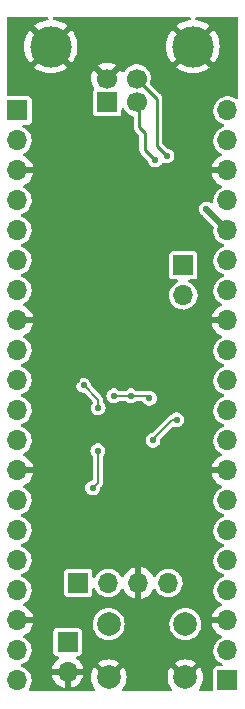
<source format=gbr>
%TF.GenerationSoftware,KiCad,Pcbnew,(6.0.11)*%
%TF.CreationDate,2024-02-22T22:03:45-06:00*%
%TF.ProjectId,PicoAlt,5069636f-416c-4742-9e6b-696361645f70,rev?*%
%TF.SameCoordinates,Original*%
%TF.FileFunction,Copper,L2,Bot*%
%TF.FilePolarity,Positive*%
%FSLAX46Y46*%
G04 Gerber Fmt 4.6, Leading zero omitted, Abs format (unit mm)*
G04 Created by KiCad (PCBNEW (6.0.11)) date 2024-02-22 22:03:45*
%MOMM*%
%LPD*%
G01*
G04 APERTURE LIST*
%TA.AperFunction,ComponentPad*%
%ADD10R,1.700000X1.700000*%
%TD*%
%TA.AperFunction,ComponentPad*%
%ADD11C,1.700000*%
%TD*%
%TA.AperFunction,ComponentPad*%
%ADD12C,3.500000*%
%TD*%
%TA.AperFunction,ComponentPad*%
%ADD13O,1.700000X1.700000*%
%TD*%
%TA.AperFunction,ComponentPad*%
%ADD14C,2.000000*%
%TD*%
%TA.AperFunction,ViaPad*%
%ADD15C,0.550000*%
%TD*%
%TA.AperFunction,Conductor*%
%ADD16C,0.130000*%
%TD*%
%TA.AperFunction,Conductor*%
%ADD17C,0.250000*%
%TD*%
%TA.AperFunction,Conductor*%
%ADD18C,0.500000*%
%TD*%
G04 APERTURE END LIST*
D10*
%TO.P,J2,1,VBUS*%
%TO.N,VBUS*%
X147290000Y-78040000D03*
D11*
%TO.P,J2,2,D-*%
%TO.N,Net-(J2-Pad2)*%
X149790000Y-78040000D03*
%TO.P,J2,3,D+*%
%TO.N,Net-(J2-Pad3)*%
X149790000Y-76040000D03*
%TO.P,J2,4,GND*%
%TO.N,GND*%
X147290000Y-76040000D03*
D12*
%TO.P,J2,5,Shield*%
X142520000Y-73330000D03*
X154560000Y-73330000D03*
%TD*%
D10*
%TO.P,JP2,1,A*%
%TO.N,Net-(R9-Pad2)*%
X143940000Y-123740000D03*
D13*
%TO.P,JP2,2,B*%
%TO.N,GND*%
X143940000Y-126280000D03*
%TD*%
D14*
%TO.P,SW1,2,2*%
%TO.N,RUN*%
X153920000Y-122230000D03*
X147420000Y-122230000D03*
%TO.P,SW1,1,1*%
%TO.N,GND*%
X153920000Y-126730000D03*
X147420000Y-126730000D03*
%TD*%
D13*
%TO.P,JP1,2,B*%
%TO.N,GPIO29*%
X153740000Y-94390000D03*
D10*
%TO.P,JP1,1,A*%
%TO.N,Net-(J5-Pad17)*%
X153740000Y-91850000D03*
%TD*%
%TO.P,J5,1,Pin_1*%
%TO.N,GPIO16*%
X157480000Y-127000000D03*
D13*
%TO.P,J5,2,Pin_2*%
%TO.N,GPIO17*%
X157480000Y-124460000D03*
%TO.P,J5,3,Pin_3*%
%TO.N,GND*%
X157480000Y-121920000D03*
%TO.P,J5,4,Pin_4*%
%TO.N,GPIO18*%
X157480000Y-119380000D03*
%TO.P,J5,5,Pin_5*%
%TO.N,GPIO19*%
X157480000Y-116840000D03*
%TO.P,J5,6,Pin_6*%
%TO.N,GPIO20*%
X157480000Y-114300000D03*
%TO.P,J5,7,Pin_7*%
%TO.N,GPIO21*%
X157480000Y-111760000D03*
%TO.P,J5,8,Pin_8*%
%TO.N,GND*%
X157480000Y-109220000D03*
%TO.P,J5,9,Pin_9*%
%TO.N,GPIO22*%
X157480000Y-106680000D03*
%TO.P,J5,10,Pin_10*%
%TO.N,RUN*%
X157480000Y-104140000D03*
%TO.P,J5,11,Pin_11*%
%TO.N,GPIO26*%
X157480000Y-101600000D03*
%TO.P,J5,12,Pin_12*%
%TO.N,GPIO27*%
X157480000Y-99060000D03*
%TO.P,J5,13,Pin_13*%
%TO.N,GND*%
X157480000Y-96520000D03*
%TO.P,J5,14,Pin_14*%
%TO.N,GPIO28*%
X157480000Y-93980000D03*
%TO.P,J5,15,Pin_15*%
%TO.N,ADCVREF*%
X157480000Y-91440000D03*
%TO.P,J5,16,Pin_16*%
%TO.N,+3.3V*%
X157480000Y-88900000D03*
%TO.P,J5,17,Pin_17*%
%TO.N,Net-(J5-Pad17)*%
X157480000Y-86360000D03*
%TO.P,J5,18,Pin_18*%
%TO.N,GND*%
X157480000Y-83820000D03*
%TO.P,J5,19,Pin_19*%
%TO.N,+5V*%
X157480000Y-81280000D03*
%TO.P,J5,20,Pin_20*%
%TO.N,VBUS*%
X157480000Y-78740000D03*
%TD*%
D10*
%TO.P,J4,1,Pin_1*%
%TO.N,GPIO0*%
X139700000Y-78740000D03*
D13*
%TO.P,J4,2,Pin_2*%
%TO.N,GPIO1*%
X139700000Y-81280000D03*
%TO.P,J4,3,Pin_3*%
%TO.N,GND*%
X139700000Y-83820000D03*
%TO.P,J4,4,Pin_4*%
%TO.N,GPIO2*%
X139700000Y-86360000D03*
%TO.P,J4,5,Pin_5*%
%TO.N,GPIO3*%
X139700000Y-88900000D03*
%TO.P,J4,6,Pin_6*%
%TO.N,GPIO4*%
X139700000Y-91440000D03*
%TO.P,J4,7,Pin_7*%
%TO.N,GPIO5*%
X139700000Y-93980000D03*
%TO.P,J4,8,Pin_8*%
%TO.N,GND*%
X139700000Y-96520000D03*
%TO.P,J4,9,Pin_9*%
%TO.N,GPIO6*%
X139700000Y-99060000D03*
%TO.P,J4,10,Pin_10*%
%TO.N,GPIO7*%
X139700000Y-101600000D03*
%TO.P,J4,11,Pin_11*%
%TO.N,GPIO8*%
X139700000Y-104140000D03*
%TO.P,J4,12,Pin_12*%
%TO.N,GPIO9*%
X139700000Y-106680000D03*
%TO.P,J4,13,Pin_13*%
%TO.N,GND*%
X139700000Y-109220000D03*
%TO.P,J4,14,Pin_14*%
%TO.N,GPIO10*%
X139700000Y-111760000D03*
%TO.P,J4,15,Pin_15*%
%TO.N,GPIO11*%
X139700000Y-114300000D03*
%TO.P,J4,16,Pin_16*%
%TO.N,GPIO12*%
X139700000Y-116840000D03*
%TO.P,J4,17,Pin_17*%
%TO.N,GPIO13*%
X139700000Y-119380000D03*
%TO.P,J4,18,Pin_18*%
%TO.N,GND*%
X139700000Y-121920000D03*
%TO.P,J4,19,Pin_19*%
%TO.N,GPIO14*%
X139700000Y-124460000D03*
%TO.P,J4,20,Pin_20*%
%TO.N,GPIO15*%
X139700000Y-127000000D03*
%TD*%
%TO.P,J3,4,Pin_4*%
%TO.N,Net-(J3-Pad4)*%
X152470000Y-118740000D03*
%TO.P,J3,3,Pin_3*%
%TO.N,GND*%
X149930000Y-118740000D03*
%TO.P,J3,2,Pin_2*%
%TO.N,Net-(J3-Pad2)*%
X147390000Y-118740000D03*
D10*
%TO.P,J3,1,Pin_1*%
%TO.N,+3.3V*%
X144850000Y-118740000D03*
%TD*%
D15*
%TO.N,+3.3V*%
X155700000Y-87080000D03*
%TO.N,QSPISS*%
X146070000Y-110700000D03*
%TO.N,GND*%
X148750000Y-111480000D03*
X146050000Y-114160000D03*
X142940000Y-87530000D03*
%TO.N,QSPISS*%
X146510000Y-107560000D03*
X146530000Y-103920000D03*
X145310000Y-102020000D03*
%TO.N,GND*%
X155000000Y-98730000D03*
X154950000Y-96820000D03*
X155020000Y-102550000D03*
X146360000Y-89750000D03*
X146460000Y-88550000D03*
X148690000Y-115000000D03*
X151080000Y-115210000D03*
X152000000Y-99170000D03*
X151480000Y-99560000D03*
X150700000Y-99560000D03*
X148550000Y-99450000D03*
X147850000Y-98890000D03*
X142320000Y-106420000D03*
X144710000Y-101520000D03*
X144040000Y-101010000D03*
X153040000Y-90130000D03*
X153270000Y-88160000D03*
%TO.N,RUN*%
X153180000Y-104930000D03*
X151180000Y-106660000D03*
%TO.N,+3.3V*%
X150870000Y-103100000D03*
X147860000Y-102900000D03*
X149310000Y-102900000D03*
%TO.N,Net-(J2-Pad2)*%
X151360000Y-82940000D03*
%TO.N,Net-(J2-Pad3)*%
X152360000Y-82590000D03*
%TO.N,GND*%
X146290000Y-82610000D03*
X145900000Y-80700000D03*
X144680000Y-97360000D03*
X146520000Y-96580000D03*
X154180000Y-106900000D03*
X154230000Y-105970000D03*
X149160000Y-98900000D03*
X150060000Y-112430000D03*
X147660000Y-108020000D03*
X147380000Y-105360000D03*
X149840000Y-105360000D03*
X149960000Y-106740000D03*
X147330000Y-106660000D03*
X149800000Y-104220000D03*
X147510000Y-104180000D03*
%TD*%
D16*
%TO.N,QSPISS*%
X146530000Y-103920000D02*
X146530000Y-103240000D01*
X146530000Y-103240000D02*
X145310000Y-102020000D01*
%TO.N,+3.3V*%
X147860000Y-102900000D02*
X149310000Y-102900000D01*
X149310000Y-102900000D02*
X150670000Y-102900000D01*
X150670000Y-102900000D02*
X150870000Y-103100000D01*
D17*
%TO.N,Net-(J2-Pad3)*%
X151490000Y-77740000D02*
X149790000Y-76040000D01*
X151490000Y-81720000D02*
X151490000Y-77740000D01*
X152360000Y-82590000D02*
X151490000Y-81720000D01*
%TO.N,Net-(J2-Pad2)*%
X150010000Y-78260000D02*
X149790000Y-78040000D01*
X150010000Y-80160000D02*
X150010000Y-78260000D01*
X150490000Y-80640000D02*
X150010000Y-80160000D01*
X150490000Y-82070000D02*
X150490000Y-80640000D01*
X151360000Y-82940000D02*
X150490000Y-82070000D01*
D18*
%TO.N,+3.3V*%
X157480000Y-88860000D02*
X155700000Y-87080000D01*
X157480000Y-88900000D02*
X157480000Y-88860000D01*
D16*
%TO.N,QSPISS*%
X146510000Y-107560000D02*
X146510000Y-110260000D01*
X146510000Y-110260000D02*
X146070000Y-110700000D01*
%TO.N,RUN*%
X152800000Y-104930000D02*
X153180000Y-104930000D01*
X151180000Y-106550000D02*
X152800000Y-104930000D01*
X151180000Y-106660000D02*
X151180000Y-106550000D01*
%TD*%
%TA.AperFunction,Conductor*%
%TO.N,GND*%
G36*
X142279080Y-70855502D02*
G01*
X142325573Y-70909158D01*
X142335677Y-70979432D01*
X142306183Y-71044012D01*
X142246457Y-71082396D01*
X142227402Y-71086422D01*
X142220601Y-71087317D01*
X141938383Y-71143454D01*
X141930420Y-71145588D01*
X141657953Y-71238078D01*
X141650349Y-71241228D01*
X141392282Y-71368492D01*
X141385145Y-71372613D01*
X141145901Y-71532470D01*
X141139361Y-71537488D01*
X141124926Y-71550147D01*
X141116528Y-71563386D01*
X141122362Y-71573151D01*
X142507190Y-72957980D01*
X142521131Y-72965592D01*
X142522966Y-72965461D01*
X142529580Y-72961210D01*
X143915884Y-71574905D01*
X143923399Y-71561144D01*
X143916941Y-71551784D01*
X143900639Y-71537488D01*
X143894099Y-71532470D01*
X143654856Y-71372613D01*
X143647719Y-71368492D01*
X143389651Y-71241228D01*
X143382047Y-71238078D01*
X143109580Y-71145588D01*
X143101617Y-71143454D01*
X142819399Y-71087317D01*
X142812598Y-71086422D01*
X142747670Y-71057702D01*
X142708577Y-70998437D01*
X142707730Y-70927446D01*
X142745399Y-70867266D01*
X142809623Y-70837005D01*
X142829041Y-70835500D01*
X154250959Y-70835500D01*
X154319080Y-70855502D01*
X154365573Y-70909158D01*
X154375677Y-70979432D01*
X154346183Y-71044012D01*
X154286457Y-71082396D01*
X154267402Y-71086422D01*
X154260601Y-71087317D01*
X153978383Y-71143454D01*
X153970420Y-71145588D01*
X153697953Y-71238078D01*
X153690349Y-71241228D01*
X153432282Y-71368492D01*
X153425145Y-71372613D01*
X153185901Y-71532470D01*
X153179361Y-71537488D01*
X153164926Y-71550147D01*
X153156528Y-71563386D01*
X153162362Y-71573151D01*
X154547190Y-72957980D01*
X154561131Y-72965592D01*
X154562966Y-72965461D01*
X154569580Y-72961210D01*
X155955884Y-71574905D01*
X155963399Y-71561144D01*
X155956941Y-71551784D01*
X155940639Y-71537488D01*
X155934099Y-71532470D01*
X155694856Y-71372613D01*
X155687719Y-71368492D01*
X155429651Y-71241228D01*
X155422047Y-71238078D01*
X155149580Y-71145588D01*
X155141617Y-71143454D01*
X154859399Y-71087317D01*
X154852598Y-71086422D01*
X154787670Y-71057702D01*
X154748577Y-70998437D01*
X154747730Y-70927446D01*
X154785399Y-70867266D01*
X154849623Y-70837005D01*
X154869041Y-70835500D01*
X158273500Y-70835500D01*
X158341621Y-70855502D01*
X158388114Y-70909158D01*
X158399500Y-70961500D01*
X158399500Y-77672089D01*
X158379498Y-77740210D01*
X158325842Y-77786703D01*
X158255568Y-77796807D01*
X158206265Y-77778651D01*
X158206069Y-77778527D01*
X158027350Y-77665764D01*
X157822421Y-77584006D01*
X157816761Y-77582880D01*
X157816757Y-77582879D01*
X157611691Y-77542089D01*
X157611688Y-77542089D01*
X157606024Y-77540962D01*
X157600249Y-77540886D01*
X157600245Y-77540886D01*
X157489504Y-77539437D01*
X157385406Y-77538074D01*
X157379709Y-77539053D01*
X157379708Y-77539053D01*
X157173654Y-77574459D01*
X157173653Y-77574459D01*
X157167957Y-77575438D01*
X156960957Y-77651804D01*
X156955996Y-77654756D01*
X156955995Y-77654756D01*
X156920644Y-77675788D01*
X156771341Y-77764614D01*
X156605457Y-77910090D01*
X156468863Y-78083360D01*
X156366131Y-78278620D01*
X156300703Y-78489333D01*
X156274770Y-78708440D01*
X156289200Y-78928604D01*
X156290621Y-78934200D01*
X156290622Y-78934205D01*
X156331797Y-79096330D01*
X156343511Y-79142452D01*
X156345928Y-79147694D01*
X156345928Y-79147695D01*
X156388403Y-79239830D01*
X156435883Y-79342821D01*
X156563222Y-79523002D01*
X156721264Y-79676961D01*
X156726060Y-79680166D01*
X156726063Y-79680168D01*
X156810261Y-79736427D01*
X156904717Y-79799540D01*
X156910020Y-79801818D01*
X156910023Y-79801820D01*
X157089507Y-79878932D01*
X157107436Y-79886635D01*
X157113071Y-79887910D01*
X157113074Y-79887911D01*
X157114484Y-79888230D01*
X157115083Y-79888564D01*
X157118562Y-79889694D01*
X157118340Y-79890377D01*
X157176511Y-79922772D01*
X157210016Y-79985366D01*
X157204362Y-80056137D01*
X157161344Y-80112616D01*
X157130287Y-80129335D01*
X156966376Y-80189804D01*
X156966368Y-80189808D01*
X156960957Y-80191804D01*
X156955996Y-80194756D01*
X156955995Y-80194756D01*
X156813428Y-80279575D01*
X156771341Y-80304614D01*
X156605457Y-80450090D01*
X156468863Y-80623360D01*
X156366131Y-80818620D01*
X156300703Y-81029333D01*
X156274770Y-81248440D01*
X156289200Y-81468604D01*
X156290621Y-81474200D01*
X156290622Y-81474205D01*
X156339511Y-81666703D01*
X156343511Y-81682452D01*
X156345928Y-81687694D01*
X156345928Y-81687695D01*
X156383188Y-81768517D01*
X156435883Y-81882821D01*
X156563222Y-82063002D01*
X156721264Y-82216961D01*
X156726060Y-82220166D01*
X156726063Y-82220168D01*
X156853296Y-82305182D01*
X156904717Y-82339540D01*
X156910020Y-82341818D01*
X156910023Y-82341820D01*
X156922546Y-82347200D01*
X156977239Y-82392469D01*
X156998776Y-82460120D01*
X156980319Y-82528675D01*
X156930988Y-82574731D01*
X156758463Y-82664542D01*
X156749738Y-82670036D01*
X156579433Y-82797905D01*
X156571726Y-82804748D01*
X156424590Y-82958717D01*
X156418104Y-82966727D01*
X156298098Y-83142649D01*
X156293000Y-83151623D01*
X156203338Y-83344783D01*
X156199775Y-83354470D01*
X156144389Y-83554183D01*
X156145912Y-83562607D01*
X156158292Y-83566000D01*
X157608000Y-83566000D01*
X157676121Y-83586002D01*
X157722614Y-83639658D01*
X157734000Y-83692000D01*
X157734000Y-83948000D01*
X157713998Y-84016121D01*
X157660342Y-84062614D01*
X157608000Y-84074000D01*
X156163225Y-84074000D01*
X156149694Y-84077973D01*
X156148257Y-84087966D01*
X156178565Y-84222446D01*
X156181645Y-84232275D01*
X156261770Y-84429603D01*
X156266413Y-84438794D01*
X156377694Y-84620388D01*
X156383777Y-84628699D01*
X156523213Y-84789667D01*
X156530580Y-84796883D01*
X156694434Y-84932916D01*
X156702881Y-84938831D01*
X156886756Y-85046279D01*
X156896043Y-85050729D01*
X156918682Y-85059374D01*
X156975186Y-85102362D01*
X156999478Y-85169073D01*
X156983847Y-85238328D01*
X156938156Y-85285369D01*
X156812360Y-85360210D01*
X156771341Y-85384614D01*
X156605457Y-85530090D01*
X156468863Y-85703360D01*
X156366131Y-85898620D01*
X156300703Y-86109333D01*
X156274770Y-86328440D01*
X156275148Y-86334207D01*
X156284295Y-86473774D01*
X156268791Y-86543057D01*
X156218291Y-86592959D01*
X156148828Y-86607637D01*
X156082457Y-86582431D01*
X156074746Y-86576090D01*
X156065275Y-86567651D01*
X156065267Y-86567645D01*
X156059603Y-86562599D01*
X156052897Y-86559048D01*
X156052895Y-86559047D01*
X155992704Y-86527178D01*
X155925805Y-86491757D01*
X155778972Y-86454874D01*
X155771374Y-86454834D01*
X155771372Y-86454834D01*
X155706775Y-86454496D01*
X155627579Y-86454082D01*
X155620200Y-86455854D01*
X155620196Y-86455854D01*
X155487746Y-86487652D01*
X155487742Y-86487653D01*
X155480367Y-86489424D01*
X155473622Y-86492905D01*
X155473623Y-86492905D01*
X155365708Y-86548604D01*
X155345835Y-86558861D01*
X155340113Y-86563853D01*
X155340111Y-86563854D01*
X155237474Y-86653390D01*
X155237471Y-86653393D01*
X155231749Y-86658385D01*
X155227382Y-86664599D01*
X155158610Y-86762452D01*
X155144696Y-86782249D01*
X155089702Y-86923302D01*
X155088711Y-86930831D01*
X155073959Y-87042884D01*
X155069941Y-87073402D01*
X155086554Y-87223883D01*
X155138582Y-87366057D01*
X155142819Y-87372363D01*
X155142821Y-87372366D01*
X155172364Y-87416330D01*
X155223022Y-87491716D01*
X155334998Y-87593607D01*
X155383218Y-87619789D01*
X155412188Y-87641423D01*
X156275193Y-88504428D01*
X156309219Y-88566740D01*
X156306430Y-88630889D01*
X156300703Y-88649333D01*
X156274770Y-88868440D01*
X156289200Y-89088604D01*
X156290621Y-89094200D01*
X156290622Y-89094205D01*
X156342090Y-89296857D01*
X156343511Y-89302452D01*
X156345928Y-89307694D01*
X156345928Y-89307695D01*
X156384046Y-89390379D01*
X156435883Y-89502821D01*
X156563222Y-89683002D01*
X156721264Y-89836961D01*
X156726060Y-89840166D01*
X156726063Y-89840168D01*
X156810261Y-89896427D01*
X156904717Y-89959540D01*
X156910020Y-89961818D01*
X156910023Y-89961820D01*
X157102129Y-90044355D01*
X157107436Y-90046635D01*
X157113071Y-90047910D01*
X157113074Y-90047911D01*
X157114484Y-90048230D01*
X157115083Y-90048564D01*
X157118562Y-90049694D01*
X157118340Y-90050377D01*
X157176511Y-90082772D01*
X157210016Y-90145366D01*
X157204362Y-90216137D01*
X157161344Y-90272616D01*
X157130287Y-90289335D01*
X156966376Y-90349804D01*
X156966368Y-90349808D01*
X156960957Y-90351804D01*
X156771341Y-90464614D01*
X156605457Y-90610090D01*
X156468863Y-90783360D01*
X156366131Y-90978620D01*
X156300703Y-91189333D01*
X156274770Y-91408440D01*
X156289200Y-91628604D01*
X156290621Y-91634200D01*
X156290622Y-91634205D01*
X156342090Y-91836857D01*
X156343511Y-91842452D01*
X156345928Y-91847694D01*
X156345928Y-91847695D01*
X156384046Y-91930379D01*
X156435883Y-92042821D01*
X156563222Y-92223002D01*
X156721264Y-92376961D01*
X156726060Y-92380166D01*
X156726063Y-92380168D01*
X156810261Y-92436427D01*
X156904717Y-92499540D01*
X156910020Y-92501818D01*
X156910023Y-92501820D01*
X157102129Y-92584355D01*
X157107436Y-92586635D01*
X157113071Y-92587910D01*
X157113074Y-92587911D01*
X157114484Y-92588230D01*
X157115083Y-92588564D01*
X157118562Y-92589694D01*
X157118340Y-92590377D01*
X157176511Y-92622772D01*
X157210016Y-92685366D01*
X157204362Y-92756137D01*
X157161344Y-92812616D01*
X157130287Y-92829335D01*
X156966376Y-92889804D01*
X156966368Y-92889808D01*
X156960957Y-92891804D01*
X156955996Y-92894756D01*
X156955995Y-92894756D01*
X156923293Y-92914212D01*
X156771341Y-93004614D01*
X156605457Y-93150090D01*
X156468863Y-93323360D01*
X156366131Y-93518620D01*
X156300703Y-93729333D01*
X156274770Y-93948440D01*
X156289200Y-94168604D01*
X156290621Y-94174200D01*
X156290622Y-94174205D01*
X156335956Y-94352705D01*
X156343511Y-94382452D01*
X156345928Y-94387694D01*
X156345928Y-94387695D01*
X156384046Y-94470379D01*
X156435883Y-94582821D01*
X156563222Y-94763002D01*
X156721264Y-94916961D01*
X156726060Y-94920166D01*
X156726063Y-94920168D01*
X156810258Y-94976425D01*
X156904717Y-95039540D01*
X156910020Y-95041818D01*
X156910023Y-95041820D01*
X156922546Y-95047200D01*
X156977239Y-95092469D01*
X156998776Y-95160120D01*
X156980319Y-95228675D01*
X156930988Y-95274731D01*
X156758463Y-95364542D01*
X156749738Y-95370036D01*
X156579433Y-95497905D01*
X156571726Y-95504748D01*
X156424590Y-95658717D01*
X156418104Y-95666727D01*
X156298098Y-95842649D01*
X156293000Y-95851623D01*
X156203338Y-96044783D01*
X156199775Y-96054470D01*
X156144389Y-96254183D01*
X156145912Y-96262607D01*
X156158292Y-96266000D01*
X157608000Y-96266000D01*
X157676121Y-96286002D01*
X157722614Y-96339658D01*
X157734000Y-96392000D01*
X157734000Y-96648000D01*
X157713998Y-96716121D01*
X157660342Y-96762614D01*
X157608000Y-96774000D01*
X156163225Y-96774000D01*
X156149694Y-96777973D01*
X156148257Y-96787966D01*
X156178565Y-96922446D01*
X156181645Y-96932275D01*
X156261770Y-97129603D01*
X156266413Y-97138794D01*
X156377694Y-97320388D01*
X156383777Y-97328699D01*
X156523213Y-97489667D01*
X156530580Y-97496883D01*
X156694434Y-97632916D01*
X156702881Y-97638831D01*
X156886756Y-97746279D01*
X156896043Y-97750729D01*
X156918682Y-97759374D01*
X156975186Y-97802362D01*
X156999478Y-97869073D01*
X156983847Y-97938328D01*
X156938156Y-97985369D01*
X156812360Y-98060210D01*
X156771341Y-98084614D01*
X156605457Y-98230090D01*
X156468863Y-98403360D01*
X156366131Y-98598620D01*
X156300703Y-98809333D01*
X156274770Y-99028440D01*
X156289200Y-99248604D01*
X156290621Y-99254200D01*
X156290622Y-99254205D01*
X156342090Y-99456857D01*
X156343511Y-99462452D01*
X156345928Y-99467694D01*
X156345928Y-99467695D01*
X156384046Y-99550379D01*
X156435883Y-99662821D01*
X156563222Y-99843002D01*
X156721264Y-99996961D01*
X156726060Y-100000166D01*
X156726063Y-100000168D01*
X156810261Y-100056427D01*
X156904717Y-100119540D01*
X156910020Y-100121818D01*
X156910023Y-100121820D01*
X157102129Y-100204355D01*
X157107436Y-100206635D01*
X157113071Y-100207910D01*
X157113074Y-100207911D01*
X157114484Y-100208230D01*
X157115083Y-100208564D01*
X157118562Y-100209694D01*
X157118340Y-100210377D01*
X157176511Y-100242772D01*
X157210016Y-100305366D01*
X157204362Y-100376137D01*
X157161344Y-100432616D01*
X157130287Y-100449335D01*
X156966376Y-100509804D01*
X156966368Y-100509808D01*
X156960957Y-100511804D01*
X156771341Y-100624614D01*
X156605457Y-100770090D01*
X156468863Y-100943360D01*
X156366131Y-101138620D01*
X156300703Y-101349333D01*
X156274770Y-101568440D01*
X156289200Y-101788604D01*
X156290621Y-101794200D01*
X156290622Y-101794205D01*
X156342090Y-101996857D01*
X156343511Y-102002452D01*
X156345928Y-102007694D01*
X156345928Y-102007695D01*
X156384046Y-102090379D01*
X156435883Y-102202821D01*
X156563222Y-102383002D01*
X156721264Y-102536961D01*
X156726060Y-102540166D01*
X156726063Y-102540168D01*
X156827245Y-102607775D01*
X156904717Y-102659540D01*
X156910020Y-102661818D01*
X156910023Y-102661820D01*
X157083208Y-102736226D01*
X157107436Y-102746635D01*
X157113071Y-102747910D01*
X157113074Y-102747911D01*
X157114484Y-102748230D01*
X157115083Y-102748564D01*
X157118562Y-102749694D01*
X157118340Y-102750377D01*
X157176511Y-102782772D01*
X157210016Y-102845366D01*
X157204362Y-102916137D01*
X157161344Y-102972616D01*
X157130287Y-102989335D01*
X156966376Y-103049804D01*
X156966368Y-103049808D01*
X156960957Y-103051804D01*
X156955996Y-103054756D01*
X156955995Y-103054756D01*
X156857767Y-103113196D01*
X156771341Y-103164614D01*
X156605457Y-103310090D01*
X156468863Y-103483360D01*
X156366131Y-103678620D01*
X156300703Y-103889333D01*
X156274770Y-104108440D01*
X156289200Y-104328604D01*
X156290621Y-104334200D01*
X156290622Y-104334205D01*
X156341469Y-104534412D01*
X156343511Y-104542452D01*
X156345928Y-104547694D01*
X156345928Y-104547695D01*
X156384046Y-104630379D01*
X156435883Y-104742821D01*
X156563222Y-104923002D01*
X156721264Y-105076961D01*
X156726060Y-105080166D01*
X156726063Y-105080168D01*
X156810261Y-105136427D01*
X156904717Y-105199540D01*
X156910020Y-105201818D01*
X156910023Y-105201820D01*
X157102129Y-105284355D01*
X157107436Y-105286635D01*
X157113071Y-105287910D01*
X157113074Y-105287911D01*
X157114484Y-105288230D01*
X157115083Y-105288564D01*
X157118562Y-105289694D01*
X157118340Y-105290377D01*
X157176511Y-105322772D01*
X157210016Y-105385366D01*
X157204362Y-105456137D01*
X157161344Y-105512616D01*
X157130287Y-105529335D01*
X156966376Y-105589804D01*
X156966368Y-105589808D01*
X156960957Y-105591804D01*
X156771341Y-105704614D01*
X156605457Y-105850090D01*
X156468863Y-106023360D01*
X156366131Y-106218620D01*
X156300703Y-106429333D01*
X156274770Y-106648440D01*
X156289200Y-106868604D01*
X156290621Y-106874200D01*
X156290622Y-106874205D01*
X156333708Y-107043854D01*
X156343511Y-107082452D01*
X156345928Y-107087694D01*
X156345928Y-107087695D01*
X156383177Y-107168493D01*
X156435883Y-107282821D01*
X156563222Y-107463002D01*
X156721264Y-107616961D01*
X156726060Y-107620166D01*
X156726063Y-107620168D01*
X156810258Y-107676425D01*
X156904717Y-107739540D01*
X156910020Y-107741818D01*
X156910023Y-107741820D01*
X156922546Y-107747200D01*
X156977239Y-107792469D01*
X156998776Y-107860120D01*
X156980319Y-107928675D01*
X156930988Y-107974731D01*
X156758463Y-108064542D01*
X156749738Y-108070036D01*
X156579433Y-108197905D01*
X156571726Y-108204748D01*
X156424590Y-108358717D01*
X156418104Y-108366727D01*
X156298098Y-108542649D01*
X156293000Y-108551623D01*
X156203338Y-108744783D01*
X156199775Y-108754470D01*
X156144389Y-108954183D01*
X156145912Y-108962607D01*
X156158292Y-108966000D01*
X157608000Y-108966000D01*
X157676121Y-108986002D01*
X157722614Y-109039658D01*
X157734000Y-109092000D01*
X157734000Y-109348000D01*
X157713998Y-109416121D01*
X157660342Y-109462614D01*
X157608000Y-109474000D01*
X156163225Y-109474000D01*
X156149694Y-109477973D01*
X156148257Y-109487966D01*
X156178565Y-109622446D01*
X156181645Y-109632275D01*
X156261770Y-109829603D01*
X156266413Y-109838794D01*
X156377694Y-110020388D01*
X156383777Y-110028699D01*
X156523213Y-110189667D01*
X156530580Y-110196883D01*
X156694434Y-110332916D01*
X156702881Y-110338831D01*
X156886756Y-110446279D01*
X156896043Y-110450729D01*
X156918682Y-110459374D01*
X156975186Y-110502362D01*
X156999478Y-110569073D01*
X156983847Y-110638328D01*
X156938156Y-110685369D01*
X156812360Y-110760210D01*
X156771341Y-110784614D01*
X156605457Y-110930090D01*
X156468863Y-111103360D01*
X156366131Y-111298620D01*
X156300703Y-111509333D01*
X156274770Y-111728440D01*
X156289200Y-111948604D01*
X156290621Y-111954200D01*
X156290622Y-111954205D01*
X156342090Y-112156857D01*
X156343511Y-112162452D01*
X156345928Y-112167694D01*
X156345928Y-112167695D01*
X156384046Y-112250379D01*
X156435883Y-112362821D01*
X156563222Y-112543002D01*
X156721264Y-112696961D01*
X156726060Y-112700166D01*
X156726063Y-112700168D01*
X156810261Y-112756427D01*
X156904717Y-112819540D01*
X156910020Y-112821818D01*
X156910023Y-112821820D01*
X157102129Y-112904355D01*
X157107436Y-112906635D01*
X157113071Y-112907910D01*
X157113074Y-112907911D01*
X157114484Y-112908230D01*
X157115083Y-112908564D01*
X157118562Y-112909694D01*
X157118340Y-112910377D01*
X157176511Y-112942772D01*
X157210016Y-113005366D01*
X157204362Y-113076137D01*
X157161344Y-113132616D01*
X157130287Y-113149335D01*
X156966376Y-113209804D01*
X156966368Y-113209808D01*
X156960957Y-113211804D01*
X156771341Y-113324614D01*
X156605457Y-113470090D01*
X156468863Y-113643360D01*
X156366131Y-113838620D01*
X156300703Y-114049333D01*
X156274770Y-114268440D01*
X156289200Y-114488604D01*
X156290621Y-114494200D01*
X156290622Y-114494205D01*
X156342090Y-114696857D01*
X156343511Y-114702452D01*
X156345928Y-114707694D01*
X156345928Y-114707695D01*
X156384046Y-114790379D01*
X156435883Y-114902821D01*
X156563222Y-115083002D01*
X156721264Y-115236961D01*
X156726060Y-115240166D01*
X156726063Y-115240168D01*
X156810261Y-115296427D01*
X156904717Y-115359540D01*
X156910020Y-115361818D01*
X156910023Y-115361820D01*
X157102129Y-115444355D01*
X157107436Y-115446635D01*
X157113071Y-115447910D01*
X157113074Y-115447911D01*
X157114484Y-115448230D01*
X157115083Y-115448564D01*
X157118562Y-115449694D01*
X157118340Y-115450377D01*
X157176511Y-115482772D01*
X157210016Y-115545366D01*
X157204362Y-115616137D01*
X157161344Y-115672616D01*
X157130287Y-115689335D01*
X156966376Y-115749804D01*
X156966368Y-115749808D01*
X156960957Y-115751804D01*
X156771341Y-115864614D01*
X156605457Y-116010090D01*
X156468863Y-116183360D01*
X156366131Y-116378620D01*
X156300703Y-116589333D01*
X156274770Y-116808440D01*
X156289200Y-117028604D01*
X156290621Y-117034200D01*
X156290622Y-117034205D01*
X156342090Y-117236857D01*
X156343511Y-117242452D01*
X156345928Y-117247694D01*
X156345928Y-117247695D01*
X156423542Y-117416051D01*
X156435883Y-117442821D01*
X156563222Y-117623002D01*
X156721264Y-117776961D01*
X156726060Y-117780166D01*
X156726063Y-117780168D01*
X156810261Y-117836427D01*
X156904717Y-117899540D01*
X156910020Y-117901818D01*
X156910023Y-117901820D01*
X157102129Y-117984355D01*
X157107436Y-117986635D01*
X157113071Y-117987910D01*
X157113074Y-117987911D01*
X157114484Y-117988230D01*
X157115083Y-117988564D01*
X157118562Y-117989694D01*
X157118340Y-117990377D01*
X157176511Y-118022772D01*
X157210016Y-118085366D01*
X157204362Y-118156137D01*
X157161344Y-118212616D01*
X157130287Y-118229335D01*
X156966376Y-118289804D01*
X156966368Y-118289808D01*
X156960957Y-118291804D01*
X156955996Y-118294756D01*
X156955995Y-118294756D01*
X156933842Y-118307936D01*
X156771341Y-118404614D01*
X156605457Y-118550090D01*
X156468863Y-118723360D01*
X156366131Y-118918620D01*
X156300703Y-119129333D01*
X156274770Y-119348440D01*
X156289200Y-119568604D01*
X156290621Y-119574200D01*
X156290622Y-119574205D01*
X156331822Y-119736427D01*
X156343511Y-119782452D01*
X156345928Y-119787694D01*
X156345928Y-119787695D01*
X156386371Y-119875422D01*
X156435883Y-119982821D01*
X156563222Y-120163002D01*
X156721264Y-120316961D01*
X156726060Y-120320166D01*
X156726063Y-120320168D01*
X156810258Y-120376425D01*
X156904717Y-120439540D01*
X156910020Y-120441818D01*
X156910023Y-120441820D01*
X156922546Y-120447200D01*
X156977239Y-120492469D01*
X156998776Y-120560120D01*
X156980319Y-120628675D01*
X156930988Y-120674731D01*
X156758463Y-120764542D01*
X156749738Y-120770036D01*
X156579433Y-120897905D01*
X156571726Y-120904748D01*
X156424590Y-121058717D01*
X156418104Y-121066727D01*
X156298098Y-121242649D01*
X156293000Y-121251623D01*
X156203338Y-121444783D01*
X156199775Y-121454470D01*
X156144389Y-121654183D01*
X156145912Y-121662607D01*
X156158292Y-121666000D01*
X157608000Y-121666000D01*
X157676121Y-121686002D01*
X157722614Y-121739658D01*
X157734000Y-121792000D01*
X157734000Y-122048000D01*
X157713998Y-122116121D01*
X157660342Y-122162614D01*
X157608000Y-122174000D01*
X156163225Y-122174000D01*
X156149694Y-122177973D01*
X156148257Y-122187966D01*
X156178565Y-122322446D01*
X156181645Y-122332275D01*
X156261770Y-122529603D01*
X156266413Y-122538794D01*
X156377694Y-122720388D01*
X156383777Y-122728699D01*
X156523213Y-122889667D01*
X156530580Y-122896883D01*
X156694434Y-123032916D01*
X156702881Y-123038831D01*
X156886756Y-123146279D01*
X156896043Y-123150729D01*
X156918682Y-123159374D01*
X156975186Y-123202362D01*
X156999478Y-123269073D01*
X156983847Y-123338328D01*
X156938156Y-123385369D01*
X156812360Y-123460210D01*
X156771341Y-123484614D01*
X156605457Y-123630090D01*
X156468863Y-123803360D01*
X156366131Y-123998620D01*
X156300703Y-124209333D01*
X156274770Y-124428440D01*
X156289200Y-124648604D01*
X156290621Y-124654200D01*
X156290622Y-124654205D01*
X156324477Y-124787507D01*
X156343511Y-124862452D01*
X156345928Y-124867694D01*
X156345928Y-124867695D01*
X156384046Y-124950379D01*
X156435883Y-125062821D01*
X156563222Y-125243002D01*
X156721264Y-125396961D01*
X156726060Y-125400166D01*
X156726063Y-125400168D01*
X156810261Y-125456427D01*
X156904717Y-125519540D01*
X156910020Y-125521818D01*
X156910023Y-125521820D01*
X156993611Y-125557732D01*
X157048304Y-125603000D01*
X157069841Y-125670652D01*
X157051384Y-125739207D01*
X156998793Y-125786901D01*
X156943873Y-125799500D01*
X156596782Y-125799500D01*
X156592232Y-125800170D01*
X156592229Y-125800170D01*
X156537574Y-125808216D01*
X156537573Y-125808216D01*
X156527888Y-125809642D01*
X156481095Y-125832616D01*
X156432493Y-125856478D01*
X156432491Y-125856479D01*
X156423145Y-125861068D01*
X156340707Y-125943650D01*
X156289464Y-126048482D01*
X156279500Y-126116782D01*
X156279500Y-127793500D01*
X156259498Y-127861621D01*
X156205842Y-127908114D01*
X156153500Y-127919500D01*
X155160537Y-127919500D01*
X155092416Y-127899498D01*
X155045923Y-127845842D01*
X155035819Y-127775568D01*
X155064726Y-127711669D01*
X155140557Y-127622883D01*
X155146357Y-127614899D01*
X155265205Y-127420958D01*
X155269687Y-127412163D01*
X155356734Y-127202012D01*
X155359783Y-127192627D01*
X155412885Y-126971446D01*
X155414428Y-126961699D01*
X155432275Y-126734930D01*
X155432275Y-126725070D01*
X155414428Y-126498301D01*
X155412885Y-126488554D01*
X155359783Y-126267373D01*
X155356734Y-126257988D01*
X155269687Y-126047837D01*
X155265205Y-126039042D01*
X155162568Y-125871555D01*
X155152110Y-125862093D01*
X155143334Y-125865876D01*
X154009095Y-127000115D01*
X153946783Y-127034141D01*
X153875968Y-127029076D01*
X153830905Y-127000115D01*
X152699710Y-125868920D01*
X152687330Y-125862160D01*
X152679680Y-125867887D01*
X152574795Y-126039042D01*
X152570313Y-126047837D01*
X152483266Y-126257988D01*
X152480217Y-126267373D01*
X152427115Y-126488554D01*
X152425572Y-126498301D01*
X152407725Y-126725070D01*
X152407725Y-126734930D01*
X152425572Y-126961699D01*
X152427115Y-126971446D01*
X152480217Y-127192627D01*
X152483266Y-127202012D01*
X152570313Y-127412163D01*
X152574795Y-127420958D01*
X152693643Y-127614899D01*
X152699443Y-127622883D01*
X152775274Y-127711669D01*
X152804305Y-127776459D01*
X152793700Y-127846659D01*
X152746826Y-127899981D01*
X152679463Y-127919500D01*
X148660537Y-127919500D01*
X148592416Y-127899498D01*
X148545923Y-127845842D01*
X148535819Y-127775568D01*
X148564726Y-127711669D01*
X148640557Y-127622883D01*
X148646357Y-127614899D01*
X148765205Y-127420958D01*
X148769687Y-127412163D01*
X148856734Y-127202012D01*
X148859783Y-127192627D01*
X148912885Y-126971446D01*
X148914428Y-126961699D01*
X148932275Y-126734930D01*
X148932275Y-126725070D01*
X148914428Y-126498301D01*
X148912885Y-126488554D01*
X148859783Y-126267373D01*
X148856734Y-126257988D01*
X148769687Y-126047837D01*
X148765205Y-126039042D01*
X148662568Y-125871555D01*
X148652110Y-125862093D01*
X148643334Y-125865876D01*
X147509095Y-127000115D01*
X147446783Y-127034141D01*
X147375968Y-127029076D01*
X147330905Y-127000115D01*
X146199710Y-125868920D01*
X146187330Y-125862160D01*
X146179680Y-125867887D01*
X146074795Y-126039042D01*
X146070313Y-126047837D01*
X145983266Y-126257988D01*
X145980217Y-126267373D01*
X145927115Y-126488554D01*
X145925572Y-126498301D01*
X145907725Y-126725070D01*
X145907725Y-126734930D01*
X145925572Y-126961699D01*
X145927115Y-126971446D01*
X145980217Y-127192627D01*
X145983266Y-127202012D01*
X146070313Y-127412163D01*
X146074795Y-127420958D01*
X146193643Y-127614899D01*
X146199443Y-127622883D01*
X146275274Y-127711669D01*
X146304305Y-127776459D01*
X146293700Y-127846659D01*
X146246826Y-127899981D01*
X146179463Y-127919500D01*
X140765487Y-127919500D01*
X140697366Y-127899498D01*
X140650873Y-127845842D01*
X140640769Y-127775568D01*
X140668613Y-127712931D01*
X140689904Y-127687332D01*
X140689911Y-127687322D01*
X140693602Y-127682884D01*
X140770018Y-127546433D01*
X140798586Y-127495422D01*
X140798587Y-127495420D01*
X140801410Y-127490379D01*
X140803266Y-127484912D01*
X140803268Y-127484907D01*
X140870475Y-127286921D01*
X140870476Y-127286916D01*
X140872331Y-127281452D01*
X140873159Y-127275743D01*
X140873160Y-127275738D01*
X140903458Y-127066772D01*
X140903991Y-127063098D01*
X140905643Y-127000000D01*
X140885454Y-126780289D01*
X140825565Y-126567936D01*
X140815717Y-126547966D01*
X142608257Y-126547966D01*
X142638565Y-126682446D01*
X142641645Y-126692275D01*
X142721770Y-126889603D01*
X142726413Y-126898794D01*
X142837694Y-127080388D01*
X142843777Y-127088699D01*
X142983213Y-127249667D01*
X142990580Y-127256883D01*
X143154434Y-127392916D01*
X143162881Y-127398831D01*
X143346756Y-127506279D01*
X143356042Y-127510729D01*
X143555001Y-127586703D01*
X143564899Y-127589579D01*
X143668250Y-127610606D01*
X143682299Y-127609410D01*
X143686000Y-127599065D01*
X143686000Y-127598517D01*
X144194000Y-127598517D01*
X144198064Y-127612359D01*
X144211478Y-127614393D01*
X144218184Y-127613534D01*
X144228262Y-127611392D01*
X144432255Y-127550191D01*
X144441842Y-127546433D01*
X144633095Y-127452739D01*
X144641945Y-127447464D01*
X144815328Y-127323792D01*
X144823200Y-127317139D01*
X144974052Y-127166812D01*
X144980730Y-127158965D01*
X145105003Y-126986020D01*
X145110313Y-126977183D01*
X145204670Y-126786267D01*
X145208469Y-126776672D01*
X145270377Y-126572910D01*
X145272555Y-126562837D01*
X145273986Y-126551962D01*
X145271775Y-126537778D01*
X145258617Y-126534000D01*
X144212115Y-126534000D01*
X144196876Y-126538475D01*
X144195671Y-126539865D01*
X144194000Y-126547548D01*
X144194000Y-127598517D01*
X143686000Y-127598517D01*
X143686000Y-126552115D01*
X143681525Y-126536876D01*
X143680135Y-126535671D01*
X143672452Y-126534000D01*
X142623225Y-126534000D01*
X142609694Y-126537973D01*
X142608257Y-126547966D01*
X140815717Y-126547966D01*
X140727980Y-126370053D01*
X140595967Y-126193267D01*
X140498586Y-126103249D01*
X140438189Y-126047418D01*
X140438186Y-126047416D01*
X140433949Y-126043499D01*
X140387486Y-126014183D01*
X142604389Y-126014183D01*
X142605912Y-126022607D01*
X142618292Y-126026000D01*
X145258344Y-126026000D01*
X145271875Y-126022027D01*
X145273180Y-126012947D01*
X145231214Y-125845875D01*
X145227894Y-125836124D01*
X145142972Y-125640814D01*
X145138105Y-125631739D01*
X145051514Y-125497890D01*
X146552093Y-125497890D01*
X146555876Y-125506666D01*
X147407188Y-126357978D01*
X147421132Y-126365592D01*
X147422965Y-126365461D01*
X147429580Y-126361210D01*
X148281080Y-125509710D01*
X148287534Y-125497890D01*
X153052093Y-125497890D01*
X153055876Y-125506666D01*
X153907188Y-126357978D01*
X153921132Y-126365592D01*
X153922965Y-126365461D01*
X153929580Y-126361210D01*
X154781080Y-125509710D01*
X154787840Y-125497330D01*
X154782113Y-125489680D01*
X154610958Y-125384795D01*
X154602163Y-125380313D01*
X154392012Y-125293266D01*
X154382627Y-125290217D01*
X154161446Y-125237115D01*
X154151699Y-125235572D01*
X153924930Y-125217725D01*
X153915070Y-125217725D01*
X153688301Y-125235572D01*
X153678554Y-125237115D01*
X153457373Y-125290217D01*
X153447988Y-125293266D01*
X153237837Y-125380313D01*
X153229042Y-125384795D01*
X153061555Y-125487432D01*
X153052093Y-125497890D01*
X148287534Y-125497890D01*
X148287840Y-125497330D01*
X148282113Y-125489680D01*
X148110958Y-125384795D01*
X148102163Y-125380313D01*
X147892012Y-125293266D01*
X147882627Y-125290217D01*
X147661446Y-125237115D01*
X147651699Y-125235572D01*
X147424930Y-125217725D01*
X147415070Y-125217725D01*
X147188301Y-125235572D01*
X147178554Y-125237115D01*
X146957373Y-125290217D01*
X146947988Y-125293266D01*
X146737837Y-125380313D01*
X146729042Y-125384795D01*
X146561555Y-125487432D01*
X146552093Y-125497890D01*
X145051514Y-125497890D01*
X145022426Y-125452926D01*
X145016136Y-125444757D01*
X144872806Y-125287240D01*
X144865273Y-125280215D01*
X144719868Y-125165382D01*
X144678805Y-125107465D01*
X144675573Y-125036542D01*
X144711198Y-124975130D01*
X144774369Y-124942728D01*
X144797960Y-124940500D01*
X144823218Y-124940500D01*
X144827768Y-124939830D01*
X144827771Y-124939830D01*
X144882426Y-124931784D01*
X144882427Y-124931784D01*
X144892112Y-124930358D01*
X144986804Y-124883867D01*
X144987507Y-124883522D01*
X144987509Y-124883521D01*
X144996855Y-124878932D01*
X145079293Y-124796350D01*
X145130536Y-124691518D01*
X145140500Y-124623218D01*
X145140500Y-122856782D01*
X145131871Y-122798162D01*
X145131784Y-122797574D01*
X145131784Y-122797573D01*
X145130358Y-122787888D01*
X145078932Y-122683145D01*
X144996350Y-122600707D01*
X144891518Y-122549464D01*
X144861027Y-122545016D01*
X144827744Y-122540160D01*
X144827740Y-122540160D01*
X144823218Y-122539500D01*
X143056782Y-122539500D01*
X143052232Y-122540170D01*
X143052229Y-122540170D01*
X142997574Y-122548216D01*
X142997573Y-122548216D01*
X142987888Y-122549642D01*
X142937992Y-122574140D01*
X142892493Y-122596478D01*
X142892491Y-122596479D01*
X142883145Y-122601068D01*
X142800707Y-122683650D01*
X142796134Y-122693006D01*
X142796133Y-122693007D01*
X142793377Y-122698645D01*
X142749464Y-122788482D01*
X142739500Y-122856782D01*
X142739500Y-124623218D01*
X142740170Y-124627768D01*
X142740170Y-124627771D01*
X142748216Y-124682426D01*
X142749642Y-124692112D01*
X142801068Y-124796855D01*
X142808438Y-124804212D01*
X142866780Y-124862452D01*
X142883650Y-124879293D01*
X142988482Y-124930536D01*
X143018973Y-124934984D01*
X143052256Y-124939840D01*
X143052260Y-124939840D01*
X143056782Y-124940500D01*
X143084508Y-124940500D01*
X143152629Y-124960502D01*
X143199122Y-125014158D01*
X143209226Y-125084432D01*
X143179732Y-125149012D01*
X143160161Y-125167260D01*
X143039433Y-125257905D01*
X143031726Y-125264748D01*
X142884590Y-125418717D01*
X142878104Y-125426727D01*
X142758098Y-125602649D01*
X142753000Y-125611623D01*
X142663338Y-125804783D01*
X142659775Y-125814470D01*
X142604389Y-126014183D01*
X140387486Y-126014183D01*
X140247350Y-125925764D01*
X140044955Y-125845017D01*
X139989096Y-125801196D01*
X139965795Y-125734132D01*
X139982451Y-125665117D01*
X140033775Y-125616063D01*
X140051144Y-125608674D01*
X140184907Y-125563268D01*
X140184912Y-125563266D01*
X140190379Y-125561410D01*
X140382884Y-125453602D01*
X140387331Y-125449904D01*
X140548086Y-125316204D01*
X140552518Y-125312518D01*
X140592248Y-125264748D01*
X140689908Y-125147326D01*
X140689910Y-125147323D01*
X140693602Y-125142884D01*
X140801410Y-124950379D01*
X140803266Y-124944912D01*
X140803268Y-124944907D01*
X140870475Y-124746921D01*
X140870476Y-124746916D01*
X140872331Y-124741452D01*
X140873159Y-124735743D01*
X140873160Y-124735738D01*
X140903458Y-124526772D01*
X140903991Y-124523098D01*
X140905643Y-124460000D01*
X140885454Y-124240289D01*
X140825565Y-124027936D01*
X140727980Y-123830053D01*
X140595967Y-123653267D01*
X140433949Y-123503499D01*
X140248702Y-123386617D01*
X140248700Y-123386615D01*
X140247350Y-123385764D01*
X140247517Y-123385499D01*
X140198071Y-123338802D01*
X140181002Y-123269888D01*
X140203901Y-123202686D01*
X140251454Y-123162129D01*
X140393095Y-123092739D01*
X140401945Y-123087464D01*
X140575328Y-122963792D01*
X140583200Y-122957139D01*
X140734052Y-122806812D01*
X140740730Y-122798965D01*
X140865003Y-122626020D01*
X140870313Y-122617183D01*
X140964670Y-122426267D01*
X140968469Y-122416672D01*
X141025185Y-122230000D01*
X146064341Y-122230000D01*
X146084937Y-122465408D01*
X146086361Y-122470722D01*
X146086361Y-122470723D01*
X146121287Y-122601068D01*
X146146097Y-122693663D01*
X146148419Y-122698643D01*
X146148420Y-122698645D01*
X146240861Y-122896883D01*
X146245965Y-122907829D01*
X146381505Y-123101401D01*
X146548599Y-123268495D01*
X146553107Y-123271652D01*
X146553110Y-123271654D01*
X146725109Y-123392089D01*
X146742170Y-123404035D01*
X146747152Y-123406358D01*
X146747157Y-123406361D01*
X146945074Y-123498651D01*
X146956337Y-123503903D01*
X146961645Y-123505325D01*
X146961647Y-123505326D01*
X147179277Y-123563639D01*
X147184592Y-123565063D01*
X147420000Y-123585659D01*
X147655408Y-123565063D01*
X147660723Y-123563639D01*
X147878353Y-123505326D01*
X147878355Y-123505325D01*
X147883663Y-123503903D01*
X147894926Y-123498651D01*
X148092843Y-123406361D01*
X148092848Y-123406358D01*
X148097830Y-123404035D01*
X148114891Y-123392089D01*
X148286890Y-123271654D01*
X148286893Y-123271652D01*
X148291401Y-123268495D01*
X148458495Y-123101401D01*
X148594035Y-122907829D01*
X148599140Y-122896883D01*
X148691580Y-122698645D01*
X148691581Y-122698643D01*
X148693903Y-122693663D01*
X148718714Y-122601068D01*
X148753639Y-122470723D01*
X148753639Y-122470722D01*
X148755063Y-122465408D01*
X148775659Y-122230000D01*
X152564341Y-122230000D01*
X152584937Y-122465408D01*
X152586361Y-122470722D01*
X152586361Y-122470723D01*
X152621287Y-122601068D01*
X152646097Y-122693663D01*
X152648419Y-122698643D01*
X152648420Y-122698645D01*
X152740861Y-122896883D01*
X152745965Y-122907829D01*
X152881505Y-123101401D01*
X153048599Y-123268495D01*
X153053107Y-123271652D01*
X153053110Y-123271654D01*
X153225109Y-123392089D01*
X153242170Y-123404035D01*
X153247152Y-123406358D01*
X153247157Y-123406361D01*
X153445074Y-123498651D01*
X153456337Y-123503903D01*
X153461645Y-123505325D01*
X153461647Y-123505326D01*
X153679277Y-123563639D01*
X153684592Y-123565063D01*
X153920000Y-123585659D01*
X154155408Y-123565063D01*
X154160723Y-123563639D01*
X154378353Y-123505326D01*
X154378355Y-123505325D01*
X154383663Y-123503903D01*
X154394926Y-123498651D01*
X154592843Y-123406361D01*
X154592848Y-123406358D01*
X154597830Y-123404035D01*
X154614891Y-123392089D01*
X154786890Y-123271654D01*
X154786893Y-123271652D01*
X154791401Y-123268495D01*
X154958495Y-123101401D01*
X155094035Y-122907829D01*
X155099140Y-122896883D01*
X155191580Y-122698645D01*
X155191581Y-122698643D01*
X155193903Y-122693663D01*
X155218714Y-122601068D01*
X155253639Y-122470723D01*
X155253639Y-122470722D01*
X155255063Y-122465408D01*
X155275659Y-122230000D01*
X155255063Y-121994592D01*
X155193903Y-121766337D01*
X155181462Y-121739658D01*
X155096358Y-121557152D01*
X155096356Y-121557149D01*
X155094035Y-121552171D01*
X154958495Y-121358599D01*
X154791401Y-121191505D01*
X154786893Y-121188348D01*
X154786890Y-121188346D01*
X154602339Y-121059122D01*
X154602336Y-121059120D01*
X154597830Y-121055965D01*
X154592848Y-121053642D01*
X154592843Y-121053639D01*
X154388645Y-120958420D01*
X154388644Y-120958419D01*
X154383663Y-120956097D01*
X154378355Y-120954675D01*
X154378353Y-120954674D01*
X154160723Y-120896361D01*
X154160722Y-120896361D01*
X154155408Y-120894937D01*
X153920000Y-120874341D01*
X153684592Y-120894937D01*
X153679278Y-120896361D01*
X153679277Y-120896361D01*
X153461647Y-120954674D01*
X153461645Y-120954675D01*
X153456337Y-120956097D01*
X153451357Y-120958419D01*
X153451355Y-120958420D01*
X153247152Y-121053642D01*
X153247149Y-121053644D01*
X153242171Y-121055965D01*
X153048599Y-121191505D01*
X152881505Y-121358599D01*
X152745965Y-121552171D01*
X152743644Y-121557149D01*
X152743642Y-121557152D01*
X152658538Y-121739658D01*
X152646097Y-121766337D01*
X152584937Y-121994592D01*
X152564341Y-122230000D01*
X148775659Y-122230000D01*
X148755063Y-121994592D01*
X148693903Y-121766337D01*
X148681462Y-121739658D01*
X148596358Y-121557152D01*
X148596356Y-121557149D01*
X148594035Y-121552171D01*
X148458495Y-121358599D01*
X148291401Y-121191505D01*
X148286893Y-121188348D01*
X148286890Y-121188346D01*
X148102339Y-121059122D01*
X148102336Y-121059120D01*
X148097830Y-121055965D01*
X148092848Y-121053642D01*
X148092843Y-121053639D01*
X147888645Y-120958420D01*
X147888644Y-120958419D01*
X147883663Y-120956097D01*
X147878355Y-120954675D01*
X147878353Y-120954674D01*
X147660723Y-120896361D01*
X147660722Y-120896361D01*
X147655408Y-120894937D01*
X147420000Y-120874341D01*
X147184592Y-120894937D01*
X147179278Y-120896361D01*
X147179277Y-120896361D01*
X146961647Y-120954674D01*
X146961645Y-120954675D01*
X146956337Y-120956097D01*
X146951357Y-120958419D01*
X146951355Y-120958420D01*
X146747152Y-121053642D01*
X146747149Y-121053644D01*
X146742171Y-121055965D01*
X146548599Y-121191505D01*
X146381505Y-121358599D01*
X146245965Y-121552171D01*
X146243644Y-121557149D01*
X146243642Y-121557152D01*
X146158538Y-121739658D01*
X146146097Y-121766337D01*
X146084937Y-121994592D01*
X146064341Y-122230000D01*
X141025185Y-122230000D01*
X141030377Y-122212910D01*
X141032555Y-122202837D01*
X141033986Y-122191962D01*
X141031775Y-122177778D01*
X141018617Y-122174000D01*
X139572000Y-122174000D01*
X139503879Y-122153998D01*
X139457386Y-122100342D01*
X139446000Y-122048000D01*
X139446000Y-121792000D01*
X139466002Y-121723879D01*
X139519658Y-121677386D01*
X139572000Y-121666000D01*
X141018344Y-121666000D01*
X141031875Y-121662027D01*
X141033180Y-121652947D01*
X140991214Y-121485875D01*
X140987894Y-121476124D01*
X140902972Y-121280814D01*
X140898105Y-121271739D01*
X140782426Y-121092926D01*
X140776136Y-121084757D01*
X140632806Y-120927240D01*
X140625273Y-120920215D01*
X140458139Y-120788222D01*
X140449552Y-120782517D01*
X140263115Y-120679598D01*
X140254687Y-120675810D01*
X140200752Y-120629641D01*
X140180340Y-120561642D01*
X140199932Y-120493402D01*
X140244771Y-120450949D01*
X140270875Y-120436330D01*
X140382884Y-120373602D01*
X140387331Y-120369904D01*
X140548086Y-120236204D01*
X140552518Y-120232518D01*
X140684030Y-120074393D01*
X140689908Y-120067326D01*
X140689910Y-120067323D01*
X140693602Y-120062884D01*
X140767022Y-119931784D01*
X140798586Y-119875422D01*
X140798587Y-119875420D01*
X140801410Y-119870379D01*
X140803266Y-119864912D01*
X140803268Y-119864907D01*
X140870475Y-119666921D01*
X140870476Y-119666916D01*
X140872331Y-119661452D01*
X140873159Y-119655743D01*
X140873160Y-119655738D01*
X140877875Y-119623218D01*
X143649500Y-119623218D01*
X143650170Y-119627768D01*
X143650170Y-119627771D01*
X143658216Y-119682426D01*
X143659642Y-119692112D01*
X143684140Y-119742008D01*
X143703997Y-119782452D01*
X143711068Y-119796855D01*
X143793650Y-119879293D01*
X143803006Y-119883866D01*
X143803007Y-119883867D01*
X143835460Y-119899730D01*
X143898482Y-119930536D01*
X143922597Y-119934054D01*
X143962256Y-119939840D01*
X143962260Y-119939840D01*
X143966782Y-119940500D01*
X145733218Y-119940500D01*
X145737768Y-119939830D01*
X145737771Y-119939830D01*
X145792426Y-119931784D01*
X145792427Y-119931784D01*
X145802112Y-119930358D01*
X145896804Y-119883867D01*
X145897507Y-119883522D01*
X145897509Y-119883521D01*
X145906855Y-119878932D01*
X145989293Y-119796350D01*
X145995432Y-119783792D01*
X146019965Y-119733602D01*
X146040536Y-119691518D01*
X146050500Y-119623218D01*
X146050500Y-119276362D01*
X146070502Y-119208241D01*
X146124158Y-119161748D01*
X146194432Y-119151644D01*
X146259012Y-119181138D01*
X146290926Y-119223611D01*
X146294046Y-119230379D01*
X146345883Y-119342821D01*
X146473222Y-119523002D01*
X146631264Y-119676961D01*
X146636060Y-119680166D01*
X146636063Y-119680168D01*
X146720261Y-119736427D01*
X146814717Y-119799540D01*
X146820020Y-119801818D01*
X146820023Y-119801820D01*
X146983221Y-119871935D01*
X147017436Y-119886635D01*
X147097088Y-119904658D01*
X147226995Y-119934054D01*
X147227001Y-119934055D01*
X147232632Y-119935329D01*
X147238403Y-119935556D01*
X147238405Y-119935556D01*
X147306211Y-119938220D01*
X147453098Y-119943991D01*
X147575524Y-119926240D01*
X147665738Y-119913160D01*
X147665743Y-119913159D01*
X147671452Y-119912331D01*
X147676916Y-119910476D01*
X147676921Y-119910475D01*
X147874907Y-119843268D01*
X147874912Y-119843266D01*
X147880379Y-119841410D01*
X148072884Y-119733602D01*
X148092987Y-119716883D01*
X148238086Y-119596204D01*
X148242518Y-119592518D01*
X148304256Y-119518287D01*
X148379908Y-119427326D01*
X148379910Y-119427323D01*
X148383602Y-119422884D01*
X148463020Y-119281073D01*
X148513754Y-119231414D01*
X148583286Y-119217066D01*
X148649537Y-119242588D01*
X148689695Y-119295238D01*
X148711770Y-119349603D01*
X148716413Y-119358794D01*
X148827694Y-119540388D01*
X148833777Y-119548699D01*
X148973213Y-119709667D01*
X148980580Y-119716883D01*
X149144434Y-119852916D01*
X149152881Y-119858831D01*
X149336756Y-119966279D01*
X149346042Y-119970729D01*
X149545001Y-120046703D01*
X149554899Y-120049579D01*
X149658250Y-120070606D01*
X149672299Y-120069410D01*
X149676000Y-120059065D01*
X149676000Y-120058517D01*
X150184000Y-120058517D01*
X150188064Y-120072359D01*
X150201478Y-120074393D01*
X150208184Y-120073534D01*
X150218262Y-120071392D01*
X150422255Y-120010191D01*
X150431842Y-120006433D01*
X150623095Y-119912739D01*
X150631945Y-119907464D01*
X150805328Y-119783792D01*
X150813200Y-119777139D01*
X150964052Y-119626812D01*
X150970730Y-119618965D01*
X151095003Y-119446020D01*
X151100313Y-119437183D01*
X151174355Y-119287371D01*
X151222469Y-119235164D01*
X151291170Y-119217257D01*
X151358646Y-119239335D01*
X151401737Y-119290445D01*
X151425883Y-119342821D01*
X151553222Y-119523002D01*
X151711264Y-119676961D01*
X151716060Y-119680166D01*
X151716063Y-119680168D01*
X151800261Y-119736427D01*
X151894717Y-119799540D01*
X151900020Y-119801818D01*
X151900023Y-119801820D01*
X152063221Y-119871935D01*
X152097436Y-119886635D01*
X152177088Y-119904658D01*
X152306995Y-119934054D01*
X152307001Y-119934055D01*
X152312632Y-119935329D01*
X152318403Y-119935556D01*
X152318405Y-119935556D01*
X152386211Y-119938220D01*
X152533098Y-119943991D01*
X152655524Y-119926240D01*
X152745738Y-119913160D01*
X152745743Y-119913159D01*
X152751452Y-119912331D01*
X152756916Y-119910476D01*
X152756921Y-119910475D01*
X152954907Y-119843268D01*
X152954912Y-119843266D01*
X152960379Y-119841410D01*
X153152884Y-119733602D01*
X153172987Y-119716883D01*
X153318086Y-119596204D01*
X153322518Y-119592518D01*
X153384256Y-119518287D01*
X153459908Y-119427326D01*
X153459910Y-119427323D01*
X153463602Y-119422884D01*
X153564573Y-119242588D01*
X153568586Y-119235422D01*
X153568587Y-119235420D01*
X153571410Y-119230379D01*
X153573266Y-119224912D01*
X153573268Y-119224907D01*
X153640475Y-119026921D01*
X153640476Y-119026916D01*
X153642331Y-119021452D01*
X153643159Y-119015743D01*
X153643160Y-119015738D01*
X153673458Y-118806772D01*
X153673991Y-118803098D01*
X153675643Y-118740000D01*
X153655454Y-118520289D01*
X153595565Y-118307936D01*
X153497980Y-118110053D01*
X153407260Y-117988564D01*
X153369420Y-117937891D01*
X153369420Y-117937890D01*
X153365967Y-117933267D01*
X153222347Y-117800506D01*
X153208189Y-117787418D01*
X153208186Y-117787416D01*
X153203949Y-117783499D01*
X153017350Y-117665764D01*
X152812421Y-117584006D01*
X152806761Y-117582880D01*
X152806757Y-117582879D01*
X152601691Y-117542089D01*
X152601688Y-117542089D01*
X152596024Y-117540962D01*
X152590249Y-117540886D01*
X152590245Y-117540886D01*
X152479504Y-117539437D01*
X152375406Y-117538074D01*
X152369709Y-117539053D01*
X152369708Y-117539053D01*
X152163654Y-117574459D01*
X152163653Y-117574459D01*
X152157957Y-117575438D01*
X151950957Y-117651804D01*
X151945996Y-117654756D01*
X151945995Y-117654756D01*
X151828350Y-117724748D01*
X151761341Y-117764614D01*
X151595457Y-117910090D01*
X151458863Y-118083360D01*
X151420573Y-118156137D01*
X151398589Y-118197921D01*
X151349169Y-118248893D01*
X151280037Y-118265056D01*
X151213141Y-118241277D01*
X151171531Y-118189495D01*
X151132972Y-118100814D01*
X151128105Y-118091739D01*
X151012426Y-117912926D01*
X151006136Y-117904757D01*
X150862806Y-117747240D01*
X150855273Y-117740215D01*
X150688139Y-117608222D01*
X150679552Y-117602517D01*
X150493117Y-117499599D01*
X150483705Y-117495369D01*
X150282959Y-117424280D01*
X150272988Y-117421646D01*
X150201837Y-117408972D01*
X150188540Y-117410432D01*
X150184000Y-117424989D01*
X150184000Y-120058517D01*
X149676000Y-120058517D01*
X149676000Y-117423102D01*
X149672082Y-117409758D01*
X149657806Y-117407771D01*
X149619324Y-117413660D01*
X149609288Y-117416051D01*
X149406868Y-117482212D01*
X149397359Y-117486209D01*
X149208463Y-117584542D01*
X149199738Y-117590036D01*
X149029433Y-117717905D01*
X149021726Y-117724748D01*
X148874590Y-117878717D01*
X148868104Y-117886727D01*
X148748098Y-118062649D01*
X148743000Y-118071623D01*
X148687066Y-118192122D01*
X148640242Y-118245489D01*
X148571998Y-118265070D01*
X148504003Y-118244646D01*
X148459773Y-118194801D01*
X148420535Y-118115234D01*
X148420535Y-118115233D01*
X148420532Y-118115229D01*
X148417980Y-118110053D01*
X148327260Y-117988564D01*
X148289420Y-117937891D01*
X148289420Y-117937890D01*
X148285967Y-117933267D01*
X148142347Y-117800506D01*
X148128189Y-117787418D01*
X148128186Y-117787416D01*
X148123949Y-117783499D01*
X147937350Y-117665764D01*
X147732421Y-117584006D01*
X147726761Y-117582880D01*
X147726757Y-117582879D01*
X147521691Y-117542089D01*
X147521688Y-117542089D01*
X147516024Y-117540962D01*
X147510249Y-117540886D01*
X147510245Y-117540886D01*
X147399504Y-117539437D01*
X147295406Y-117538074D01*
X147289709Y-117539053D01*
X147289708Y-117539053D01*
X147083654Y-117574459D01*
X147083653Y-117574459D01*
X147077957Y-117575438D01*
X146870957Y-117651804D01*
X146865996Y-117654756D01*
X146865995Y-117654756D01*
X146748350Y-117724748D01*
X146681341Y-117764614D01*
X146515457Y-117910090D01*
X146378863Y-118083360D01*
X146321640Y-118192122D01*
X146288008Y-118256046D01*
X146238589Y-118307018D01*
X146169456Y-118323181D01*
X146102560Y-118299402D01*
X146059140Y-118243231D01*
X146050500Y-118197378D01*
X146050500Y-117856782D01*
X146047960Y-117839524D01*
X146041784Y-117797574D01*
X146041784Y-117797573D01*
X146040358Y-117787888D01*
X145988932Y-117683145D01*
X145906350Y-117600707D01*
X145884520Y-117590036D01*
X145852652Y-117574459D01*
X145801518Y-117549464D01*
X145771027Y-117545016D01*
X145737744Y-117540160D01*
X145737740Y-117540160D01*
X145733218Y-117539500D01*
X143966782Y-117539500D01*
X143962232Y-117540170D01*
X143962229Y-117540170D01*
X143907574Y-117548216D01*
X143907573Y-117548216D01*
X143897888Y-117549642D01*
X143847992Y-117574140D01*
X143802493Y-117596478D01*
X143802491Y-117596479D01*
X143793145Y-117601068D01*
X143710707Y-117683650D01*
X143659464Y-117788482D01*
X143658052Y-117798162D01*
X143652470Y-117836427D01*
X143649500Y-117856782D01*
X143649500Y-119623218D01*
X140877875Y-119623218D01*
X140903458Y-119446772D01*
X140903991Y-119443098D01*
X140905643Y-119380000D01*
X140885454Y-119160289D01*
X140825565Y-118947936D01*
X140727980Y-118750053D01*
X140595967Y-118573267D01*
X140433949Y-118423499D01*
X140247350Y-118305764D01*
X140044955Y-118225017D01*
X139989096Y-118181196D01*
X139965795Y-118114132D01*
X139982451Y-118045117D01*
X140033775Y-117996063D01*
X140051144Y-117988674D01*
X140184907Y-117943268D01*
X140184912Y-117943266D01*
X140190379Y-117941410D01*
X140204920Y-117933267D01*
X140270875Y-117896330D01*
X140382884Y-117833602D01*
X140387331Y-117829904D01*
X140548086Y-117696204D01*
X140552518Y-117692518D01*
X140642767Y-117584006D01*
X140689908Y-117527326D01*
X140689910Y-117527323D01*
X140693602Y-117522884D01*
X140801410Y-117330379D01*
X140803266Y-117324912D01*
X140803268Y-117324907D01*
X140870475Y-117126921D01*
X140870476Y-117126916D01*
X140872331Y-117121452D01*
X140873159Y-117115743D01*
X140873160Y-117115738D01*
X140903458Y-116906772D01*
X140903991Y-116903098D01*
X140905643Y-116840000D01*
X140885454Y-116620289D01*
X140825565Y-116407936D01*
X140727980Y-116210053D01*
X140595967Y-116033267D01*
X140433949Y-115883499D01*
X140247350Y-115765764D01*
X140044955Y-115685017D01*
X139989096Y-115641196D01*
X139965795Y-115574132D01*
X139982451Y-115505117D01*
X140033775Y-115456063D01*
X140051144Y-115448674D01*
X140184907Y-115403268D01*
X140184912Y-115403266D01*
X140190379Y-115401410D01*
X140382884Y-115293602D01*
X140387331Y-115289904D01*
X140548086Y-115156204D01*
X140552518Y-115152518D01*
X140693602Y-114982884D01*
X140801410Y-114790379D01*
X140803266Y-114784912D01*
X140803268Y-114784907D01*
X140870475Y-114586921D01*
X140870476Y-114586916D01*
X140872331Y-114581452D01*
X140873159Y-114575743D01*
X140873160Y-114575738D01*
X140903458Y-114366772D01*
X140903991Y-114363098D01*
X140905643Y-114300000D01*
X140885454Y-114080289D01*
X140825565Y-113867936D01*
X140727980Y-113670053D01*
X140595967Y-113493267D01*
X140433949Y-113343499D01*
X140247350Y-113225764D01*
X140044955Y-113145017D01*
X139989096Y-113101196D01*
X139965795Y-113034132D01*
X139982451Y-112965117D01*
X140033775Y-112916063D01*
X140051144Y-112908674D01*
X140184907Y-112863268D01*
X140184912Y-112863266D01*
X140190379Y-112861410D01*
X140382884Y-112753602D01*
X140387331Y-112749904D01*
X140548086Y-112616204D01*
X140552518Y-112612518D01*
X140693602Y-112442884D01*
X140801410Y-112250379D01*
X140803266Y-112244912D01*
X140803268Y-112244907D01*
X140870475Y-112046921D01*
X140870476Y-112046916D01*
X140872331Y-112041452D01*
X140873159Y-112035743D01*
X140873160Y-112035738D01*
X140903458Y-111826772D01*
X140903991Y-111823098D01*
X140905643Y-111760000D01*
X140885454Y-111540289D01*
X140825565Y-111327936D01*
X140727980Y-111130053D01*
X140718105Y-111116828D01*
X140599420Y-110957891D01*
X140599420Y-110957890D01*
X140595967Y-110953267D01*
X140490269Y-110855561D01*
X140438189Y-110807418D01*
X140438186Y-110807416D01*
X140433949Y-110803499D01*
X140259456Y-110693402D01*
X145439941Y-110693402D01*
X145456554Y-110843883D01*
X145508582Y-110986057D01*
X145512819Y-110992363D01*
X145512821Y-110992366D01*
X145551412Y-111049794D01*
X145593022Y-111111716D01*
X145704998Y-111213607D01*
X145711675Y-111217232D01*
X145711676Y-111217233D01*
X145831370Y-111282222D01*
X145831372Y-111282223D01*
X145838047Y-111285847D01*
X145845396Y-111287775D01*
X145977136Y-111322336D01*
X145977138Y-111322336D01*
X145984486Y-111324264D01*
X146064562Y-111325522D01*
X146128266Y-111326523D01*
X146128269Y-111326523D01*
X146135863Y-111326642D01*
X146283437Y-111292843D01*
X146350731Y-111258998D01*
X146411906Y-111228231D01*
X146411909Y-111228229D01*
X146418689Y-111224819D01*
X146533810Y-111126495D01*
X146622156Y-111003550D01*
X146678624Y-110863080D01*
X146699956Y-110713196D01*
X146700005Y-110708487D01*
X146700056Y-110708319D01*
X146700312Y-110704959D01*
X146701064Y-110705016D01*
X146720713Y-110640579D01*
X146736903Y-110620702D01*
X146850336Y-110507269D01*
X146860865Y-110486606D01*
X146871193Y-110469752D01*
X146879000Y-110459006D01*
X146884828Y-110450985D01*
X146887893Y-110441553D01*
X146891997Y-110428923D01*
X146899564Y-110410655D01*
X146905587Y-110398835D01*
X146905588Y-110398833D01*
X146910090Y-110389997D01*
X146913718Y-110367089D01*
X146918333Y-110347867D01*
X146922435Y-110335242D01*
X146922435Y-110335240D01*
X146925500Y-110325808D01*
X146925500Y-108085843D01*
X146945502Y-108017722D01*
X146963268Y-107997366D01*
X146962892Y-107997020D01*
X146968032Y-107991430D01*
X146973810Y-107986495D01*
X147038225Y-107896853D01*
X147057724Y-107869718D01*
X147057725Y-107869717D01*
X147062156Y-107863550D01*
X147118624Y-107723080D01*
X147139956Y-107573196D01*
X147140094Y-107560000D01*
X147137215Y-107536204D01*
X147122818Y-107417241D01*
X147121906Y-107409701D01*
X147102309Y-107357839D01*
X147071076Y-107275182D01*
X147071075Y-107275179D01*
X147068392Y-107268080D01*
X146982640Y-107143311D01*
X146869603Y-107042599D01*
X146862897Y-107039048D01*
X146862895Y-107039047D01*
X146802704Y-107007178D01*
X146735805Y-106971757D01*
X146588972Y-106934874D01*
X146581374Y-106934834D01*
X146581372Y-106934834D01*
X146516775Y-106934496D01*
X146437579Y-106934082D01*
X146430200Y-106935854D01*
X146430196Y-106935854D01*
X146297746Y-106967652D01*
X146297742Y-106967653D01*
X146290367Y-106969424D01*
X146155835Y-107038861D01*
X146150113Y-107043853D01*
X146150111Y-107043854D01*
X146047474Y-107133390D01*
X146047471Y-107133393D01*
X146041749Y-107138385D01*
X146037382Y-107144599D01*
X145961307Y-107252843D01*
X145954696Y-107262249D01*
X145899702Y-107403302D01*
X145879941Y-107553402D01*
X145896554Y-107703883D01*
X145948582Y-107846057D01*
X145952819Y-107852363D01*
X145952821Y-107852366D01*
X145968252Y-107875329D01*
X146033022Y-107971716D01*
X146053302Y-107990169D01*
X146090223Y-108050809D01*
X146094500Y-108083361D01*
X146094500Y-109951524D01*
X146074498Y-110019645D01*
X146020842Y-110066138D01*
X145997252Y-110072721D01*
X145997579Y-110074082D01*
X145857746Y-110107652D01*
X145857742Y-110107653D01*
X145850367Y-110109424D01*
X145715835Y-110178861D01*
X145710113Y-110183853D01*
X145710111Y-110183854D01*
X145607474Y-110273390D01*
X145607471Y-110273393D01*
X145601749Y-110278385D01*
X145597382Y-110284599D01*
X145521380Y-110392739D01*
X145514696Y-110402249D01*
X145459702Y-110543302D01*
X145458711Y-110550831D01*
X145440947Y-110685764D01*
X145439941Y-110693402D01*
X140259456Y-110693402D01*
X140248702Y-110686617D01*
X140248700Y-110686615D01*
X140247350Y-110685764D01*
X140247517Y-110685499D01*
X140198071Y-110638802D01*
X140181002Y-110569888D01*
X140203901Y-110502686D01*
X140251454Y-110462129D01*
X140393095Y-110392739D01*
X140401945Y-110387464D01*
X140575328Y-110263792D01*
X140583200Y-110257139D01*
X140734052Y-110106812D01*
X140740730Y-110098965D01*
X140865003Y-109926020D01*
X140870313Y-109917183D01*
X140964670Y-109726267D01*
X140968469Y-109716672D01*
X141030377Y-109512910D01*
X141032555Y-109502837D01*
X141033986Y-109491962D01*
X141031775Y-109477778D01*
X141018617Y-109474000D01*
X139572000Y-109474000D01*
X139503879Y-109453998D01*
X139457386Y-109400342D01*
X139446000Y-109348000D01*
X139446000Y-109092000D01*
X139466002Y-109023879D01*
X139519658Y-108977386D01*
X139572000Y-108966000D01*
X141018344Y-108966000D01*
X141031875Y-108962027D01*
X141033180Y-108952947D01*
X140991214Y-108785875D01*
X140987894Y-108776124D01*
X140902972Y-108580814D01*
X140898105Y-108571739D01*
X140782426Y-108392926D01*
X140776136Y-108384757D01*
X140632806Y-108227240D01*
X140625273Y-108220215D01*
X140458139Y-108088222D01*
X140449552Y-108082517D01*
X140263115Y-107979598D01*
X140254687Y-107975810D01*
X140200752Y-107929641D01*
X140180340Y-107861642D01*
X140199932Y-107793402D01*
X140244771Y-107750949D01*
X140342293Y-107696334D01*
X140382884Y-107673602D01*
X140387331Y-107669904D01*
X140548086Y-107536204D01*
X140552518Y-107532518D01*
X140619500Y-107451981D01*
X140689908Y-107367326D01*
X140689910Y-107367323D01*
X140693602Y-107362884D01*
X140761176Y-107242222D01*
X140798586Y-107175422D01*
X140798587Y-107175420D01*
X140801410Y-107170379D01*
X140803266Y-107164912D01*
X140803268Y-107164907D01*
X140870475Y-106966921D01*
X140870476Y-106966916D01*
X140872331Y-106961452D01*
X140873159Y-106955743D01*
X140873160Y-106955738D01*
X140894143Y-106811015D01*
X140903991Y-106743098D01*
X140905643Y-106680000D01*
X140903199Y-106653402D01*
X150549941Y-106653402D01*
X150566554Y-106803883D01*
X150618582Y-106946057D01*
X150622819Y-106952363D01*
X150622821Y-106952366D01*
X150661412Y-107009794D01*
X150703022Y-107071716D01*
X150814998Y-107173607D01*
X150821675Y-107177232D01*
X150821676Y-107177233D01*
X150941370Y-107242222D01*
X150941372Y-107242223D01*
X150948047Y-107245847D01*
X150955396Y-107247775D01*
X151087136Y-107282336D01*
X151087138Y-107282336D01*
X151094486Y-107284264D01*
X151174562Y-107285522D01*
X151238266Y-107286523D01*
X151238269Y-107286523D01*
X151245863Y-107286642D01*
X151393437Y-107252843D01*
X151460731Y-107218998D01*
X151521906Y-107188231D01*
X151521909Y-107188229D01*
X151528689Y-107184819D01*
X151643810Y-107086495D01*
X151732156Y-106963550D01*
X151788624Y-106823080D01*
X151809956Y-106673196D01*
X151810094Y-106660000D01*
X151800999Y-106584845D01*
X151812672Y-106514816D01*
X151836991Y-106480614D01*
X152786705Y-105530900D01*
X152849017Y-105496874D01*
X152919832Y-105501939D01*
X152935920Y-105509263D01*
X152941368Y-105512221D01*
X152941371Y-105512222D01*
X152948047Y-105515847D01*
X152955396Y-105517775D01*
X153087136Y-105552336D01*
X153087138Y-105552336D01*
X153094486Y-105554264D01*
X153174562Y-105555522D01*
X153238266Y-105556523D01*
X153238269Y-105556523D01*
X153245863Y-105556642D01*
X153393437Y-105522843D01*
X153476709Y-105480962D01*
X153521906Y-105458231D01*
X153521909Y-105458229D01*
X153528689Y-105454819D01*
X153643810Y-105356495D01*
X153732156Y-105233550D01*
X153788624Y-105093080D01*
X153809956Y-104943196D01*
X153810094Y-104930000D01*
X153807914Y-104911981D01*
X153797669Y-104827326D01*
X153791906Y-104779701D01*
X153738392Y-104638080D01*
X153652640Y-104513311D01*
X153555678Y-104426921D01*
X153545270Y-104417648D01*
X153545269Y-104417648D01*
X153539603Y-104412599D01*
X153532897Y-104409048D01*
X153532895Y-104409047D01*
X153424072Y-104351429D01*
X153405805Y-104341757D01*
X153258972Y-104304874D01*
X153251374Y-104304834D01*
X153251372Y-104304834D01*
X153186775Y-104304496D01*
X153107579Y-104304082D01*
X153100200Y-104305854D01*
X153100196Y-104305854D01*
X152967746Y-104337652D01*
X152967742Y-104337653D01*
X152960367Y-104339424D01*
X152825835Y-104408861D01*
X152820113Y-104413853D01*
X152820111Y-104413854D01*
X152713631Y-104506743D01*
X152673840Y-104529302D01*
X152670003Y-104529910D01*
X152661167Y-104534412D01*
X152661168Y-104534412D01*
X152649345Y-104540436D01*
X152631077Y-104548003D01*
X152618447Y-104552107D01*
X152618444Y-104552108D01*
X152609015Y-104555172D01*
X152592483Y-104567183D01*
X152590248Y-104568807D01*
X152573394Y-104579135D01*
X152561570Y-104585160D01*
X152552731Y-104589664D01*
X151133674Y-106008721D01*
X151073993Y-106042145D01*
X150967746Y-106067652D01*
X150967742Y-106067653D01*
X150960367Y-106069424D01*
X150825835Y-106138861D01*
X150820113Y-106143853D01*
X150820111Y-106143854D01*
X150717474Y-106233390D01*
X150717471Y-106233393D01*
X150711749Y-106238385D01*
X150624696Y-106362249D01*
X150569702Y-106503302D01*
X150549941Y-106653402D01*
X140903199Y-106653402D01*
X140885454Y-106460289D01*
X140825565Y-106247936D01*
X140727980Y-106050053D01*
X140595967Y-105873267D01*
X140433949Y-105723499D01*
X140247350Y-105605764D01*
X140044955Y-105525017D01*
X139989096Y-105481196D01*
X139965795Y-105414132D01*
X139982451Y-105345117D01*
X140033775Y-105296063D01*
X140051144Y-105288674D01*
X140184907Y-105243268D01*
X140184912Y-105243266D01*
X140190379Y-105241410D01*
X140382884Y-105133602D01*
X140387331Y-105129904D01*
X140548086Y-104996204D01*
X140552518Y-104992518D01*
X140693602Y-104822884D01*
X140801410Y-104630379D01*
X140803266Y-104624912D01*
X140803268Y-104624907D01*
X140870475Y-104426921D01*
X140870476Y-104426916D01*
X140872331Y-104421452D01*
X140873159Y-104415743D01*
X140873160Y-104415738D01*
X140900131Y-104229718D01*
X140903991Y-104203098D01*
X140905643Y-104140000D01*
X140885454Y-103920289D01*
X140825565Y-103707936D01*
X140727980Y-103510053D01*
X140723005Y-103503390D01*
X140599420Y-103337891D01*
X140599420Y-103337890D01*
X140595967Y-103333267D01*
X140447514Y-103196038D01*
X140438189Y-103187418D01*
X140438186Y-103187416D01*
X140433949Y-103183499D01*
X140247350Y-103065764D01*
X140044955Y-102985017D01*
X139989096Y-102941196D01*
X139965795Y-102874132D01*
X139982451Y-102805117D01*
X140033775Y-102756063D01*
X140051144Y-102748674D01*
X140184907Y-102703268D01*
X140184912Y-102703266D01*
X140190379Y-102701410D01*
X140382884Y-102593602D01*
X140387331Y-102589904D01*
X140548086Y-102456204D01*
X140552518Y-102452518D01*
X140610334Y-102383002D01*
X140689908Y-102287326D01*
X140689910Y-102287323D01*
X140693602Y-102282884D01*
X140801410Y-102090379D01*
X140803266Y-102084912D01*
X140803268Y-102084907D01*
X140827541Y-102013402D01*
X144679941Y-102013402D01*
X144696554Y-102163883D01*
X144748582Y-102306057D01*
X144752819Y-102312363D01*
X144752821Y-102312366D01*
X144754799Y-102315309D01*
X144833022Y-102431716D01*
X144944998Y-102533607D01*
X144951675Y-102537232D01*
X144951676Y-102537233D01*
X145071370Y-102602222D01*
X145071372Y-102602223D01*
X145078047Y-102605847D01*
X145085396Y-102607775D01*
X145217136Y-102642336D01*
X145217138Y-102642336D01*
X145224486Y-102644264D01*
X145297580Y-102645412D01*
X145365377Y-102666481D01*
X145384696Y-102682301D01*
X146044239Y-103341845D01*
X146078264Y-103404157D01*
X146073199Y-103474973D01*
X146058230Y-103503390D01*
X145979068Y-103616028D01*
X145974696Y-103622249D01*
X145919702Y-103763302D01*
X145918711Y-103770831D01*
X145903110Y-103889333D01*
X145899941Y-103913402D01*
X145916554Y-104063883D01*
X145968582Y-104206057D01*
X145972819Y-104212363D01*
X145972821Y-104212366D01*
X146011412Y-104269794D01*
X146053022Y-104331716D01*
X146164998Y-104433607D01*
X146171675Y-104437232D01*
X146171676Y-104437233D01*
X146291370Y-104502222D01*
X146291372Y-104502223D01*
X146298047Y-104505847D01*
X146305396Y-104507775D01*
X146437136Y-104542336D01*
X146437138Y-104542336D01*
X146444486Y-104544264D01*
X146524562Y-104545522D01*
X146588266Y-104546523D01*
X146588269Y-104546523D01*
X146595863Y-104546642D01*
X146743437Y-104512843D01*
X146810731Y-104478998D01*
X146871906Y-104448231D01*
X146871909Y-104448229D01*
X146878689Y-104444819D01*
X146993810Y-104346495D01*
X147082156Y-104223550D01*
X147138624Y-104083080D01*
X147159956Y-103933196D01*
X147160094Y-103920000D01*
X147141906Y-103769701D01*
X147125635Y-103726642D01*
X147091076Y-103635182D01*
X147091075Y-103635179D01*
X147088392Y-103628080D01*
X147002640Y-103503311D01*
X146987681Y-103489983D01*
X146950125Y-103429733D01*
X146945500Y-103395907D01*
X146945500Y-103174192D01*
X146938333Y-103152135D01*
X146933718Y-103132912D01*
X146931641Y-103119799D01*
X146930090Y-103110003D01*
X146919560Y-103089336D01*
X146911996Y-103071074D01*
X146907893Y-103058448D01*
X146907892Y-103058446D01*
X146904828Y-103049016D01*
X146891196Y-103030253D01*
X146880866Y-103013396D01*
X146874838Y-103001566D01*
X146874837Y-103001564D01*
X146870336Y-102992731D01*
X146846929Y-102969324D01*
X146846926Y-102969320D01*
X146771008Y-102893402D01*
X147229941Y-102893402D01*
X147246554Y-103043883D01*
X147298582Y-103186057D01*
X147302819Y-103192363D01*
X147302821Y-103192366D01*
X147341412Y-103249794D01*
X147383022Y-103311716D01*
X147494998Y-103413607D01*
X147501675Y-103417232D01*
X147501676Y-103417233D01*
X147621370Y-103482222D01*
X147621372Y-103482223D01*
X147628047Y-103485847D01*
X147635396Y-103487775D01*
X147767136Y-103522336D01*
X147767138Y-103522336D01*
X147774486Y-103524264D01*
X147854562Y-103525522D01*
X147918266Y-103526523D01*
X147918269Y-103526523D01*
X147925863Y-103526642D01*
X148073437Y-103492843D01*
X148153848Y-103452401D01*
X148201906Y-103428231D01*
X148201909Y-103428229D01*
X148208689Y-103424819D01*
X148301337Y-103345689D01*
X148366126Y-103316658D01*
X148383168Y-103315500D01*
X148788435Y-103315500D01*
X148856556Y-103335502D01*
X148873235Y-103348307D01*
X148944998Y-103413607D01*
X148951675Y-103417232D01*
X148951676Y-103417233D01*
X149071370Y-103482222D01*
X149071372Y-103482223D01*
X149078047Y-103485847D01*
X149085396Y-103487775D01*
X149217136Y-103522336D01*
X149217138Y-103522336D01*
X149224486Y-103524264D01*
X149304562Y-103525522D01*
X149368266Y-103526523D01*
X149368269Y-103526523D01*
X149375863Y-103526642D01*
X149523437Y-103492843D01*
X149603848Y-103452401D01*
X149651906Y-103428231D01*
X149651909Y-103428229D01*
X149658689Y-103424819D01*
X149751337Y-103345689D01*
X149816126Y-103316658D01*
X149833168Y-103315500D01*
X150196443Y-103315500D01*
X150264564Y-103335502D01*
X150307414Y-103382864D01*
X150308582Y-103386057D01*
X150312817Y-103392360D01*
X150312819Y-103392363D01*
X150334629Y-103424819D01*
X150393022Y-103511716D01*
X150504998Y-103613607D01*
X150511675Y-103617232D01*
X150511676Y-103617233D01*
X150631370Y-103682222D01*
X150631372Y-103682223D01*
X150638047Y-103685847D01*
X150645396Y-103687775D01*
X150777136Y-103722336D01*
X150777138Y-103722336D01*
X150784486Y-103724264D01*
X150864562Y-103725522D01*
X150928266Y-103726523D01*
X150928269Y-103726523D01*
X150935863Y-103726642D01*
X151083437Y-103692843D01*
X151150731Y-103658998D01*
X151211906Y-103628231D01*
X151211909Y-103628229D01*
X151218689Y-103624819D01*
X151333810Y-103526495D01*
X151404421Y-103428231D01*
X151417724Y-103409718D01*
X151417725Y-103409717D01*
X151422156Y-103403550D01*
X151478624Y-103263080D01*
X151499956Y-103113196D01*
X151500094Y-103100000D01*
X151496717Y-103072089D01*
X151486702Y-102989335D01*
X151481906Y-102949701D01*
X151463485Y-102900952D01*
X151431076Y-102815182D01*
X151431075Y-102815179D01*
X151428392Y-102808080D01*
X151342640Y-102683311D01*
X151251658Y-102602249D01*
X151235270Y-102587648D01*
X151235269Y-102587648D01*
X151229603Y-102582599D01*
X151222897Y-102579048D01*
X151222895Y-102579047D01*
X151143407Y-102536961D01*
X151095805Y-102511757D01*
X150948972Y-102474874D01*
X150941374Y-102474834D01*
X150941372Y-102474834D01*
X150876775Y-102474496D01*
X150797579Y-102474082D01*
X150790198Y-102475854D01*
X150790197Y-102475854D01*
X150783584Y-102477442D01*
X150767304Y-102481350D01*
X150735808Y-102482588D01*
X150735808Y-102484501D01*
X150702704Y-102484501D01*
X150702700Y-102484500D01*
X149831964Y-102484500D01*
X149763843Y-102464498D01*
X149748145Y-102452577D01*
X149675270Y-102387648D01*
X149675269Y-102387648D01*
X149669603Y-102382599D01*
X149662897Y-102379048D01*
X149662895Y-102379047D01*
X149602704Y-102347178D01*
X149535805Y-102311757D01*
X149388972Y-102274874D01*
X149381374Y-102274834D01*
X149381372Y-102274834D01*
X149316775Y-102274496D01*
X149237579Y-102274082D01*
X149230200Y-102275854D01*
X149230196Y-102275854D01*
X149097746Y-102307652D01*
X149097742Y-102307653D01*
X149090367Y-102309424D01*
X148955835Y-102378861D01*
X148870332Y-102453450D01*
X148805853Y-102483157D01*
X148787505Y-102484500D01*
X148381964Y-102484500D01*
X148313843Y-102464498D01*
X148298145Y-102452577D01*
X148225270Y-102387648D01*
X148225269Y-102387648D01*
X148219603Y-102382599D01*
X148212897Y-102379048D01*
X148212895Y-102379047D01*
X148152704Y-102347178D01*
X148085805Y-102311757D01*
X147938972Y-102274874D01*
X147931374Y-102274834D01*
X147931372Y-102274834D01*
X147866775Y-102274496D01*
X147787579Y-102274082D01*
X147780200Y-102275854D01*
X147780196Y-102275854D01*
X147647746Y-102307652D01*
X147647742Y-102307653D01*
X147640367Y-102309424D01*
X147505835Y-102378861D01*
X147500115Y-102383851D01*
X147500111Y-102383854D01*
X147397474Y-102473390D01*
X147397471Y-102473393D01*
X147391749Y-102478385D01*
X147369594Y-102509908D01*
X147314958Y-102587648D01*
X147304696Y-102602249D01*
X147249702Y-102743302D01*
X147229941Y-102893402D01*
X146771008Y-102893402D01*
X145976349Y-102098743D01*
X145942323Y-102036431D01*
X145940099Y-102019999D01*
X145940094Y-102020000D01*
X145940050Y-102019639D01*
X145921906Y-101869701D01*
X145868392Y-101728080D01*
X145782640Y-101603311D01*
X145669603Y-101502599D01*
X145662897Y-101499048D01*
X145662895Y-101499047D01*
X145602704Y-101467178D01*
X145535805Y-101431757D01*
X145388972Y-101394874D01*
X145381374Y-101394834D01*
X145381372Y-101394834D01*
X145316775Y-101394496D01*
X145237579Y-101394082D01*
X145230200Y-101395854D01*
X145230196Y-101395854D01*
X145097746Y-101427652D01*
X145097742Y-101427653D01*
X145090367Y-101429424D01*
X144955835Y-101498861D01*
X144950113Y-101503853D01*
X144950111Y-101503854D01*
X144847474Y-101593390D01*
X144847471Y-101593393D01*
X144841749Y-101598385D01*
X144754696Y-101722249D01*
X144699702Y-101863302D01*
X144698711Y-101870831D01*
X144681383Y-102002452D01*
X144679941Y-102013402D01*
X140827541Y-102013402D01*
X140870475Y-101886921D01*
X140870476Y-101886916D01*
X140872331Y-101881452D01*
X140873159Y-101875743D01*
X140873160Y-101875738D01*
X140903458Y-101666772D01*
X140903991Y-101663098D01*
X140905643Y-101600000D01*
X140885454Y-101380289D01*
X140825565Y-101167936D01*
X140727980Y-100970053D01*
X140595967Y-100793267D01*
X140433949Y-100643499D01*
X140247350Y-100525764D01*
X140044955Y-100445017D01*
X139989096Y-100401196D01*
X139965795Y-100334132D01*
X139982451Y-100265117D01*
X140033775Y-100216063D01*
X140051144Y-100208674D01*
X140184907Y-100163268D01*
X140184912Y-100163266D01*
X140190379Y-100161410D01*
X140382884Y-100053602D01*
X140387331Y-100049904D01*
X140548086Y-99916204D01*
X140552518Y-99912518D01*
X140693602Y-99742884D01*
X140801410Y-99550379D01*
X140803266Y-99544912D01*
X140803268Y-99544907D01*
X140870475Y-99346921D01*
X140870476Y-99346916D01*
X140872331Y-99341452D01*
X140873159Y-99335743D01*
X140873160Y-99335738D01*
X140903458Y-99126772D01*
X140903991Y-99123098D01*
X140905643Y-99060000D01*
X140885454Y-98840289D01*
X140825565Y-98627936D01*
X140727980Y-98430053D01*
X140595967Y-98253267D01*
X140433949Y-98103499D01*
X140248702Y-97986617D01*
X140248700Y-97986615D01*
X140247350Y-97985764D01*
X140247517Y-97985499D01*
X140198071Y-97938802D01*
X140181002Y-97869888D01*
X140203901Y-97802686D01*
X140251454Y-97762129D01*
X140393095Y-97692739D01*
X140401945Y-97687464D01*
X140575328Y-97563792D01*
X140583200Y-97557139D01*
X140734052Y-97406812D01*
X140740730Y-97398965D01*
X140865003Y-97226020D01*
X140870313Y-97217183D01*
X140964670Y-97026267D01*
X140968469Y-97016672D01*
X141030377Y-96812910D01*
X141032555Y-96802837D01*
X141033986Y-96791962D01*
X141031775Y-96777778D01*
X141018617Y-96774000D01*
X139572000Y-96774000D01*
X139503879Y-96753998D01*
X139457386Y-96700342D01*
X139446000Y-96648000D01*
X139446000Y-96392000D01*
X139466002Y-96323879D01*
X139519658Y-96277386D01*
X139572000Y-96266000D01*
X141018344Y-96266000D01*
X141031875Y-96262027D01*
X141033180Y-96252947D01*
X140991214Y-96085875D01*
X140987894Y-96076124D01*
X140902972Y-95880814D01*
X140898105Y-95871739D01*
X140782426Y-95692926D01*
X140776136Y-95684757D01*
X140632806Y-95527240D01*
X140625273Y-95520215D01*
X140458139Y-95388222D01*
X140449552Y-95382517D01*
X140263115Y-95279598D01*
X140254687Y-95275810D01*
X140200752Y-95229641D01*
X140180340Y-95161642D01*
X140199932Y-95093402D01*
X140244771Y-95050949D01*
X140348566Y-94992821D01*
X140382884Y-94973602D01*
X140387331Y-94969904D01*
X140548086Y-94836204D01*
X140552518Y-94832518D01*
X140619500Y-94751981D01*
X140689908Y-94667326D01*
X140689910Y-94667323D01*
X140693602Y-94662884D01*
X140801410Y-94470379D01*
X140803266Y-94464912D01*
X140803268Y-94464907D01*
X140839409Y-94358440D01*
X152534770Y-94358440D01*
X152549200Y-94578604D01*
X152550621Y-94584200D01*
X152550622Y-94584205D01*
X152597054Y-94767029D01*
X152603511Y-94792452D01*
X152605928Y-94797694D01*
X152605928Y-94797695D01*
X152644046Y-94880379D01*
X152695883Y-94992821D01*
X152823222Y-95173002D01*
X152981264Y-95326961D01*
X152986060Y-95330166D01*
X152986063Y-95330168D01*
X153071975Y-95387572D01*
X153164717Y-95449540D01*
X153170020Y-95451818D01*
X153170023Y-95451820D01*
X153362129Y-95534355D01*
X153367436Y-95536635D01*
X153447088Y-95554658D01*
X153576995Y-95584054D01*
X153577001Y-95584055D01*
X153582632Y-95585329D01*
X153588403Y-95585556D01*
X153588405Y-95585556D01*
X153656211Y-95588220D01*
X153803098Y-95593991D01*
X153912275Y-95578161D01*
X154015738Y-95563160D01*
X154015743Y-95563159D01*
X154021452Y-95562331D01*
X154026916Y-95560476D01*
X154026921Y-95560475D01*
X154224907Y-95493268D01*
X154224912Y-95493266D01*
X154230379Y-95491410D01*
X154422884Y-95383602D01*
X154430260Y-95377468D01*
X154588086Y-95246204D01*
X154592518Y-95242518D01*
X154667526Y-95152331D01*
X154729908Y-95077326D01*
X154729910Y-95077323D01*
X154733602Y-95072884D01*
X154807737Y-94940506D01*
X154838586Y-94885422D01*
X154838587Y-94885420D01*
X154841410Y-94880379D01*
X154843266Y-94874912D01*
X154843268Y-94874907D01*
X154910475Y-94676921D01*
X154910476Y-94676916D01*
X154912331Y-94671452D01*
X154913159Y-94665743D01*
X154913160Y-94665738D01*
X154943458Y-94456772D01*
X154943991Y-94453098D01*
X154945643Y-94390000D01*
X154925454Y-94170289D01*
X154923353Y-94162837D01*
X154872832Y-93983704D01*
X154865565Y-93957936D01*
X154767980Y-93760053D01*
X154764002Y-93754725D01*
X154639420Y-93587891D01*
X154639420Y-93587890D01*
X154635967Y-93583267D01*
X154473949Y-93433499D01*
X154287350Y-93315764D01*
X154247348Y-93299805D01*
X154231620Y-93293530D01*
X154175760Y-93249709D01*
X154152460Y-93182645D01*
X154169116Y-93113630D01*
X154220440Y-93064576D01*
X154278310Y-93050500D01*
X154623218Y-93050500D01*
X154627768Y-93049830D01*
X154627771Y-93049830D01*
X154682426Y-93041784D01*
X154682427Y-93041784D01*
X154692112Y-93040358D01*
X154742008Y-93015860D01*
X154787507Y-92993522D01*
X154787509Y-92993521D01*
X154796855Y-92988932D01*
X154879293Y-92906350D01*
X154930536Y-92801518D01*
X154934984Y-92771027D01*
X154939840Y-92737744D01*
X154939840Y-92737740D01*
X154940500Y-92733218D01*
X154940500Y-90966782D01*
X154931871Y-90908162D01*
X154931784Y-90907574D01*
X154931784Y-90907573D01*
X154930358Y-90897888D01*
X154889777Y-90815234D01*
X154883522Y-90802493D01*
X154883521Y-90802491D01*
X154878932Y-90793145D01*
X154796350Y-90710707D01*
X154691518Y-90659464D01*
X154661027Y-90655016D01*
X154627744Y-90650160D01*
X154627740Y-90650160D01*
X154623218Y-90649500D01*
X152856782Y-90649500D01*
X152852232Y-90650170D01*
X152852229Y-90650170D01*
X152797574Y-90658216D01*
X152797573Y-90658216D01*
X152787888Y-90659642D01*
X152737992Y-90684140D01*
X152692493Y-90706478D01*
X152692491Y-90706479D01*
X152683145Y-90711068D01*
X152600707Y-90793650D01*
X152596134Y-90803006D01*
X152596133Y-90803007D01*
X152580270Y-90835460D01*
X152549464Y-90898482D01*
X152539500Y-90966782D01*
X152539500Y-92733218D01*
X152540170Y-92737768D01*
X152540170Y-92737771D01*
X152548216Y-92792426D01*
X152549642Y-92802112D01*
X152560888Y-92825017D01*
X152595128Y-92894756D01*
X152601068Y-92906855D01*
X152683650Y-92989293D01*
X152788482Y-93040536D01*
X152818973Y-93044984D01*
X152852256Y-93049840D01*
X152852260Y-93049840D01*
X152856782Y-93050500D01*
X153196570Y-93050500D01*
X153264691Y-93070502D01*
X153311184Y-93124158D01*
X153321288Y-93194432D01*
X153291794Y-93259012D01*
X153240180Y-93294712D01*
X153231382Y-93297958D01*
X153220957Y-93301804D01*
X153215996Y-93304756D01*
X153215995Y-93304756D01*
X153131150Y-93355234D01*
X153031341Y-93414614D01*
X152865457Y-93560090D01*
X152728863Y-93733360D01*
X152626131Y-93928620D01*
X152560703Y-94139333D01*
X152534770Y-94358440D01*
X140839409Y-94358440D01*
X140870475Y-94266921D01*
X140870476Y-94266916D01*
X140872331Y-94261452D01*
X140873159Y-94255743D01*
X140873160Y-94255738D01*
X140903458Y-94046772D01*
X140903991Y-94043098D01*
X140905643Y-93980000D01*
X140885454Y-93760289D01*
X140879301Y-93738470D01*
X140828993Y-93560090D01*
X140825565Y-93547936D01*
X140727980Y-93350053D01*
X140595967Y-93173267D01*
X140478386Y-93064576D01*
X140438189Y-93027418D01*
X140438186Y-93027416D01*
X140433949Y-93023499D01*
X140247350Y-92905764D01*
X140044955Y-92825017D01*
X139989096Y-92781196D01*
X139965795Y-92714132D01*
X139982451Y-92645117D01*
X140033775Y-92596063D01*
X140051144Y-92588674D01*
X140184907Y-92543268D01*
X140184912Y-92543266D01*
X140190379Y-92541410D01*
X140382884Y-92433602D01*
X140387331Y-92429904D01*
X140548086Y-92296204D01*
X140552518Y-92292518D01*
X140693602Y-92122884D01*
X140801410Y-91930379D01*
X140803266Y-91924912D01*
X140803268Y-91924907D01*
X140870475Y-91726921D01*
X140870476Y-91726916D01*
X140872331Y-91721452D01*
X140873159Y-91715743D01*
X140873160Y-91715738D01*
X140903458Y-91506772D01*
X140903991Y-91503098D01*
X140905643Y-91440000D01*
X140885454Y-91220289D01*
X140825565Y-91007936D01*
X140727980Y-90810053D01*
X140722719Y-90803007D01*
X140599420Y-90637891D01*
X140599420Y-90637890D01*
X140595967Y-90633267D01*
X140433949Y-90483499D01*
X140247350Y-90365764D01*
X140044955Y-90285017D01*
X139989096Y-90241196D01*
X139965795Y-90174132D01*
X139982451Y-90105117D01*
X140033775Y-90056063D01*
X140051144Y-90048674D01*
X140184907Y-90003268D01*
X140184912Y-90003266D01*
X140190379Y-90001410D01*
X140382884Y-89893602D01*
X140387331Y-89889904D01*
X140548086Y-89756204D01*
X140552518Y-89752518D01*
X140693602Y-89582884D01*
X140801410Y-89390379D01*
X140803266Y-89384912D01*
X140803268Y-89384907D01*
X140870475Y-89186921D01*
X140870476Y-89186916D01*
X140872331Y-89181452D01*
X140873159Y-89175743D01*
X140873160Y-89175738D01*
X140903458Y-88966772D01*
X140903991Y-88963098D01*
X140905643Y-88900000D01*
X140885454Y-88680289D01*
X140825565Y-88467936D01*
X140727980Y-88270053D01*
X140595967Y-88093267D01*
X140433949Y-87943499D01*
X140247350Y-87825764D01*
X140044955Y-87745017D01*
X139989096Y-87701196D01*
X139965795Y-87634132D01*
X139982451Y-87565117D01*
X140033775Y-87516063D01*
X140051144Y-87508674D01*
X140184907Y-87463268D01*
X140184912Y-87463266D01*
X140190379Y-87461410D01*
X140382884Y-87353602D01*
X140387331Y-87349904D01*
X140548086Y-87216204D01*
X140552518Y-87212518D01*
X140661941Y-87080952D01*
X140689908Y-87047326D01*
X140689910Y-87047323D01*
X140693602Y-87042884D01*
X140801410Y-86850379D01*
X140803266Y-86844912D01*
X140803268Y-86844907D01*
X140870475Y-86646921D01*
X140870476Y-86646916D01*
X140872331Y-86641452D01*
X140873159Y-86635743D01*
X140873160Y-86635738D01*
X140899115Y-86456725D01*
X140903991Y-86423098D01*
X140905643Y-86360000D01*
X140885454Y-86140289D01*
X140825565Y-85927936D01*
X140727980Y-85730053D01*
X140595967Y-85553267D01*
X140433949Y-85403499D01*
X140248702Y-85286617D01*
X140248700Y-85286615D01*
X140247350Y-85285764D01*
X140247517Y-85285499D01*
X140198071Y-85238802D01*
X140181002Y-85169888D01*
X140203901Y-85102686D01*
X140251454Y-85062129D01*
X140393095Y-84992739D01*
X140401945Y-84987464D01*
X140575328Y-84863792D01*
X140583200Y-84857139D01*
X140734052Y-84706812D01*
X140740730Y-84698965D01*
X140865003Y-84526020D01*
X140870313Y-84517183D01*
X140964670Y-84326267D01*
X140968469Y-84316672D01*
X141030377Y-84112910D01*
X141032555Y-84102837D01*
X141033986Y-84091962D01*
X141031775Y-84077778D01*
X141018617Y-84074000D01*
X139572000Y-84074000D01*
X139503879Y-84053998D01*
X139457386Y-84000342D01*
X139446000Y-83948000D01*
X139446000Y-83692000D01*
X139466002Y-83623879D01*
X139519658Y-83577386D01*
X139572000Y-83566000D01*
X141018344Y-83566000D01*
X141031875Y-83562027D01*
X141033180Y-83552947D01*
X140991214Y-83385875D01*
X140987894Y-83376124D01*
X140902972Y-83180814D01*
X140898105Y-83171739D01*
X140782426Y-82992926D01*
X140776136Y-82984757D01*
X140632806Y-82827240D01*
X140625273Y-82820215D01*
X140458139Y-82688222D01*
X140449552Y-82682517D01*
X140263115Y-82579598D01*
X140254687Y-82575810D01*
X140200752Y-82529641D01*
X140180340Y-82461642D01*
X140199932Y-82393402D01*
X140244771Y-82350949D01*
X140308504Y-82315257D01*
X140382884Y-82273602D01*
X140387331Y-82269904D01*
X140548086Y-82136204D01*
X140552518Y-82132518D01*
X140586345Y-82091846D01*
X140689908Y-81967326D01*
X140689910Y-81967323D01*
X140693602Y-81962884D01*
X140764861Y-81835642D01*
X140798586Y-81775422D01*
X140798587Y-81775420D01*
X140801410Y-81770379D01*
X140803266Y-81764912D01*
X140803268Y-81764907D01*
X140870475Y-81566921D01*
X140870476Y-81566916D01*
X140872331Y-81561452D01*
X140873159Y-81555743D01*
X140873160Y-81555738D01*
X140903458Y-81346772D01*
X140903991Y-81343098D01*
X140905643Y-81280000D01*
X140885454Y-81060289D01*
X140825565Y-80847936D01*
X140727980Y-80650053D01*
X140640415Y-80532789D01*
X140599420Y-80477891D01*
X140599420Y-80477890D01*
X140595967Y-80473267D01*
X140491916Y-80377083D01*
X140438189Y-80327418D01*
X140438186Y-80327416D01*
X140433949Y-80323499D01*
X140247350Y-80205764D01*
X140206982Y-80189659D01*
X140191620Y-80183530D01*
X140135760Y-80139709D01*
X140112460Y-80072645D01*
X140129116Y-80003630D01*
X140180440Y-79954576D01*
X140238310Y-79940500D01*
X140583218Y-79940500D01*
X140587768Y-79939830D01*
X140587771Y-79939830D01*
X140642426Y-79931784D01*
X140642427Y-79931784D01*
X140652112Y-79930358D01*
X140721963Y-79896063D01*
X140747507Y-79883522D01*
X140747509Y-79883521D01*
X140756855Y-79878932D01*
X140839293Y-79796350D01*
X140890536Y-79691518D01*
X140900500Y-79623218D01*
X140900500Y-77856782D01*
X140893227Y-77807373D01*
X140891784Y-77797574D01*
X140891784Y-77797573D01*
X140890358Y-77787888D01*
X140838932Y-77683145D01*
X140756350Y-77600707D01*
X140726562Y-77586146D01*
X140702652Y-77574459D01*
X140651518Y-77549464D01*
X140619829Y-77544841D01*
X140587744Y-77540160D01*
X140587740Y-77540160D01*
X140583218Y-77539500D01*
X138906500Y-77539500D01*
X138838379Y-77519498D01*
X138791886Y-77465842D01*
X138780500Y-77413500D01*
X138780500Y-76011863D01*
X145928050Y-76011863D01*
X145940309Y-76224477D01*
X145941745Y-76234697D01*
X145988565Y-76442446D01*
X145991645Y-76452275D01*
X146071770Y-76649603D01*
X146076413Y-76658794D01*
X146176169Y-76821582D01*
X146194707Y-76890116D01*
X146173250Y-76957793D01*
X146158242Y-76976031D01*
X146158065Y-76976279D01*
X146150707Y-76983650D01*
X146099464Y-77088482D01*
X146089500Y-77156782D01*
X146089500Y-78923218D01*
X146090170Y-78927768D01*
X146090170Y-78927771D01*
X146098216Y-78982426D01*
X146099642Y-78992112D01*
X146103958Y-79000902D01*
X146143872Y-79082198D01*
X146151068Y-79096855D01*
X146233650Y-79179293D01*
X146243006Y-79183866D01*
X146243007Y-79183867D01*
X146275460Y-79199730D01*
X146338482Y-79230536D01*
X146368973Y-79234984D01*
X146402256Y-79239840D01*
X146402260Y-79239840D01*
X146406782Y-79240500D01*
X148173218Y-79240500D01*
X148177768Y-79239830D01*
X148177771Y-79239830D01*
X148232426Y-79231784D01*
X148232427Y-79231784D01*
X148242112Y-79230358D01*
X148322471Y-79190904D01*
X148337507Y-79183522D01*
X148337509Y-79183521D01*
X148346855Y-79178932D01*
X148429293Y-79096350D01*
X148480536Y-78991518D01*
X148488897Y-78934205D01*
X148489840Y-78927744D01*
X148489840Y-78927740D01*
X148490500Y-78923218D01*
X148490500Y-78663128D01*
X148510502Y-78595007D01*
X148564158Y-78548514D01*
X148634432Y-78538410D01*
X148699012Y-78567904D01*
X148730926Y-78610377D01*
X148745883Y-78642821D01*
X148873222Y-78823002D01*
X149031264Y-78976961D01*
X149036060Y-78980166D01*
X149036063Y-78980168D01*
X149182226Y-79077830D01*
X149214717Y-79099540D01*
X149220020Y-79101818D01*
X149220023Y-79101820D01*
X149383221Y-79171935D01*
X149417436Y-79186635D01*
X149436309Y-79190905D01*
X149498333Y-79225446D01*
X149531839Y-79288039D01*
X149534500Y-79313798D01*
X149534500Y-80092627D01*
X149533261Y-80103723D01*
X149533859Y-80103771D01*
X149533139Y-80112717D01*
X149531158Y-80121473D01*
X149531714Y-80130433D01*
X149534258Y-80171440D01*
X149534500Y-80179242D01*
X149534500Y-80194145D01*
X149535841Y-80203508D01*
X149536871Y-80213566D01*
X149539592Y-80257417D01*
X149542641Y-80265862D01*
X149543932Y-80272098D01*
X149545865Y-80279849D01*
X149547646Y-80285938D01*
X149548919Y-80294829D01*
X149552636Y-80303004D01*
X149567108Y-80334836D01*
X149570920Y-80344201D01*
X149582791Y-80377083D01*
X149582793Y-80377086D01*
X149585841Y-80385530D01*
X149591136Y-80392777D01*
X149594129Y-80398407D01*
X149598132Y-80405257D01*
X149601577Y-80410644D01*
X149605294Y-80418820D01*
X149611154Y-80425620D01*
X149611154Y-80425621D01*
X149633981Y-80452113D01*
X149640266Y-80460029D01*
X149644702Y-80466101D01*
X149644708Y-80466108D01*
X149647577Y-80470035D01*
X149657618Y-80480076D01*
X149663976Y-80486923D01*
X149679700Y-80505171D01*
X149694204Y-80522004D01*
X149701733Y-80526884D01*
X149708502Y-80532789D01*
X149708432Y-80532869D01*
X149718792Y-80541250D01*
X149977596Y-80800055D01*
X150011621Y-80862367D01*
X150014500Y-80889150D01*
X150014500Y-82002627D01*
X150013261Y-82013723D01*
X150013859Y-82013771D01*
X150013139Y-82022717D01*
X150011158Y-82031473D01*
X150014023Y-82077648D01*
X150014258Y-82081440D01*
X150014500Y-82089242D01*
X150014500Y-82104145D01*
X150015841Y-82113508D01*
X150016871Y-82123566D01*
X150019592Y-82167417D01*
X150022641Y-82175862D01*
X150023932Y-82182098D01*
X150025865Y-82189849D01*
X150027646Y-82195938D01*
X150028919Y-82204829D01*
X150032636Y-82213004D01*
X150047108Y-82244836D01*
X150050920Y-82254201D01*
X150062791Y-82287083D01*
X150062793Y-82287086D01*
X150065841Y-82295530D01*
X150071136Y-82302777D01*
X150074129Y-82308407D01*
X150078132Y-82315257D01*
X150081577Y-82320644D01*
X150085294Y-82328820D01*
X150091154Y-82335620D01*
X150091154Y-82335621D01*
X150113981Y-82362113D01*
X150120266Y-82370029D01*
X150124702Y-82376101D01*
X150124708Y-82376108D01*
X150127577Y-82380035D01*
X150137618Y-82390076D01*
X150143976Y-82396923D01*
X150168345Y-82425205D01*
X150168347Y-82425207D01*
X150174204Y-82432004D01*
X150181733Y-82436884D01*
X150188500Y-82442788D01*
X150188431Y-82442867D01*
X150198790Y-82451249D01*
X150704733Y-82957191D01*
X150738758Y-83019504D01*
X150740877Y-83032461D01*
X150746554Y-83083883D01*
X150798582Y-83226057D01*
X150802819Y-83232363D01*
X150802821Y-83232366D01*
X150841412Y-83289794D01*
X150883022Y-83351716D01*
X150994998Y-83453607D01*
X151001675Y-83457232D01*
X151001676Y-83457233D01*
X151121370Y-83522222D01*
X151121372Y-83522223D01*
X151128047Y-83525847D01*
X151135396Y-83527775D01*
X151267136Y-83562336D01*
X151267138Y-83562336D01*
X151274486Y-83564264D01*
X151354562Y-83565522D01*
X151418266Y-83566523D01*
X151418269Y-83566523D01*
X151425863Y-83566642D01*
X151573437Y-83532843D01*
X151640731Y-83498998D01*
X151701906Y-83468231D01*
X151701909Y-83468229D01*
X151708689Y-83464819D01*
X151823810Y-83366495D01*
X151912156Y-83243550D01*
X151914987Y-83236506D01*
X151914991Y-83236500D01*
X151920429Y-83222972D01*
X151964396Y-83167228D01*
X152031521Y-83144103D01*
X152097459Y-83159239D01*
X152121367Y-83172221D01*
X152121374Y-83172224D01*
X152128047Y-83175847D01*
X152135396Y-83177775D01*
X152267136Y-83212336D01*
X152267138Y-83212336D01*
X152274486Y-83214264D01*
X152354562Y-83215522D01*
X152418266Y-83216523D01*
X152418269Y-83216523D01*
X152425863Y-83216642D01*
X152573437Y-83182843D01*
X152653355Y-83142649D01*
X152701906Y-83118231D01*
X152701909Y-83118229D01*
X152708689Y-83114819D01*
X152823810Y-83016495D01*
X152912156Y-82893550D01*
X152968624Y-82753080D01*
X152989956Y-82603196D01*
X152990094Y-82590000D01*
X152988836Y-82579598D01*
X152982673Y-82528675D01*
X152971906Y-82439701D01*
X152945579Y-82370029D01*
X152921076Y-82305182D01*
X152921075Y-82305179D01*
X152918392Y-82298080D01*
X152832640Y-82173311D01*
X152719603Y-82072599D01*
X152712897Y-82069048D01*
X152712895Y-82069047D01*
X152614033Y-82016703D01*
X152585805Y-82001757D01*
X152438972Y-81964874D01*
X152439299Y-81963570D01*
X152381533Y-81938378D01*
X152373305Y-81930847D01*
X152002405Y-81559947D01*
X151968379Y-81497635D01*
X151965500Y-81470852D01*
X151965500Y-77807373D01*
X151966739Y-77796277D01*
X151966141Y-77796229D01*
X151966861Y-77787283D01*
X151968842Y-77778527D01*
X151965742Y-77728559D01*
X151965500Y-77720758D01*
X151965500Y-77705855D01*
X151964158Y-77696486D01*
X151963128Y-77686427D01*
X151962925Y-77683145D01*
X151960408Y-77642583D01*
X151957359Y-77634138D01*
X151956068Y-77627902D01*
X151954135Y-77620151D01*
X151952354Y-77614062D01*
X151951081Y-77605171D01*
X151940946Y-77582879D01*
X151932892Y-77565164D01*
X151929080Y-77555799D01*
X151917209Y-77522917D01*
X151917207Y-77522914D01*
X151914159Y-77514470D01*
X151908864Y-77507223D01*
X151905871Y-77501593D01*
X151901868Y-77494743D01*
X151898423Y-77489356D01*
X151894706Y-77481180D01*
X151888846Y-77474379D01*
X151866019Y-77447887D01*
X151859734Y-77439971D01*
X151855298Y-77433899D01*
X151855292Y-77433892D01*
X151852423Y-77429965D01*
X151842382Y-77419924D01*
X151836024Y-77413077D01*
X151811657Y-77384798D01*
X151805796Y-77377996D01*
X151798261Y-77373112D01*
X151791499Y-77367213D01*
X151791569Y-77367133D01*
X151781206Y-77358748D01*
X150962380Y-76539922D01*
X150928354Y-76477610D01*
X150932162Y-76410327D01*
X150954629Y-76344141D01*
X150960473Y-76326926D01*
X150960473Y-76326924D01*
X150962331Y-76321452D01*
X150993991Y-76103098D01*
X150995643Y-76040000D01*
X150975454Y-75820289D01*
X150915565Y-75607936D01*
X150817980Y-75410053D01*
X150811086Y-75400820D01*
X150689420Y-75237891D01*
X150689420Y-75237890D01*
X150685967Y-75233267D01*
X150588586Y-75143249D01*
X150540562Y-75098856D01*
X153156601Y-75098856D01*
X153163059Y-75108216D01*
X153179361Y-75122512D01*
X153185901Y-75127530D01*
X153425144Y-75287387D01*
X153432281Y-75291508D01*
X153690349Y-75418772D01*
X153697953Y-75421922D01*
X153970420Y-75514412D01*
X153978383Y-75516546D01*
X154260600Y-75572683D01*
X154268751Y-75573756D01*
X154555881Y-75592575D01*
X154564119Y-75592575D01*
X154851249Y-75573756D01*
X154859400Y-75572683D01*
X155141617Y-75516546D01*
X155149580Y-75514412D01*
X155422047Y-75421922D01*
X155429651Y-75418772D01*
X155687719Y-75291508D01*
X155694856Y-75287387D01*
X155934099Y-75127530D01*
X155940639Y-75122512D01*
X155955074Y-75109853D01*
X155963472Y-75096614D01*
X155957638Y-75086849D01*
X154572810Y-73702020D01*
X154558869Y-73694408D01*
X154557034Y-73694539D01*
X154550420Y-73698790D01*
X153164116Y-75085095D01*
X153156601Y-75098856D01*
X150540562Y-75098856D01*
X150528189Y-75087418D01*
X150528186Y-75087416D01*
X150523949Y-75083499D01*
X150337350Y-74965764D01*
X150132421Y-74884006D01*
X150126761Y-74882880D01*
X150126757Y-74882879D01*
X149921691Y-74842089D01*
X149921688Y-74842089D01*
X149916024Y-74840962D01*
X149910249Y-74840886D01*
X149910245Y-74840886D01*
X149799504Y-74839437D01*
X149695406Y-74838074D01*
X149689709Y-74839053D01*
X149689708Y-74839053D01*
X149483654Y-74874459D01*
X149483653Y-74874459D01*
X149477957Y-74875438D01*
X149270957Y-74951804D01*
X149081341Y-75064614D01*
X148915457Y-75210090D01*
X148778863Y-75383360D01*
X148776174Y-75388471D01*
X148776172Y-75388474D01*
X148740490Y-75456294D01*
X148691071Y-75507267D01*
X148621938Y-75523430D01*
X148555042Y-75499651D01*
X148513433Y-75447870D01*
X148492975Y-75400820D01*
X148488105Y-75391739D01*
X148423063Y-75291197D01*
X148412377Y-75281995D01*
X148402812Y-75286398D01*
X147379095Y-76310115D01*
X147316783Y-76344141D01*
X147245968Y-76339076D01*
X147200905Y-76310115D01*
X146179849Y-75289059D01*
X146168313Y-75282759D01*
X146156031Y-75292382D01*
X146108089Y-75362662D01*
X146103004Y-75371613D01*
X146013338Y-75564783D01*
X146009775Y-75574470D01*
X145952864Y-75779681D01*
X145950933Y-75789800D01*
X145928302Y-76001574D01*
X145928050Y-76011863D01*
X138780500Y-76011863D01*
X138780500Y-75098856D01*
X141116601Y-75098856D01*
X141123059Y-75108216D01*
X141139361Y-75122512D01*
X141145901Y-75127530D01*
X141385144Y-75287387D01*
X141392281Y-75291508D01*
X141650349Y-75418772D01*
X141657953Y-75421922D01*
X141930420Y-75514412D01*
X141938383Y-75516546D01*
X142220600Y-75572683D01*
X142228751Y-75573756D01*
X142515881Y-75592575D01*
X142524119Y-75592575D01*
X142811249Y-75573756D01*
X142819400Y-75572683D01*
X143101617Y-75516546D01*
X143109580Y-75514412D01*
X143382047Y-75421922D01*
X143389651Y-75418772D01*
X143647719Y-75291508D01*
X143654856Y-75287387D01*
X143894099Y-75127530D01*
X143900639Y-75122512D01*
X143915074Y-75109853D01*
X143923472Y-75096614D01*
X143917638Y-75086849D01*
X143747216Y-74916427D01*
X146531223Y-74916427D01*
X146537968Y-74928758D01*
X147277188Y-75667978D01*
X147291132Y-75675592D01*
X147292965Y-75675461D01*
X147299580Y-75671210D01*
X148043389Y-74927401D01*
X148050410Y-74914544D01*
X148043611Y-74905213D01*
X148039554Y-74902518D01*
X147853117Y-74799599D01*
X147843705Y-74795369D01*
X147642959Y-74724280D01*
X147632989Y-74721646D01*
X147423327Y-74684301D01*
X147413073Y-74683331D01*
X147200116Y-74680728D01*
X147189832Y-74681448D01*
X146979321Y-74713661D01*
X146969293Y-74716050D01*
X146766868Y-74782212D01*
X146757359Y-74786209D01*
X146568466Y-74884540D01*
X146559734Y-74890039D01*
X146539677Y-74905099D01*
X146531223Y-74916427D01*
X143747216Y-74916427D01*
X142532810Y-73702020D01*
X142518869Y-73694408D01*
X142517034Y-73694539D01*
X142510420Y-73698790D01*
X141124116Y-75085095D01*
X141116601Y-75098856D01*
X138780500Y-75098856D01*
X138780500Y-73334119D01*
X140257425Y-73334119D01*
X140276244Y-73621249D01*
X140277317Y-73629400D01*
X140333454Y-73911617D01*
X140335588Y-73919580D01*
X140428078Y-74192047D01*
X140431228Y-74199651D01*
X140558492Y-74457718D01*
X140562613Y-74464855D01*
X140722470Y-74704099D01*
X140727488Y-74710639D01*
X140740147Y-74725074D01*
X140753386Y-74733472D01*
X140763151Y-74727638D01*
X142147980Y-73342810D01*
X142154357Y-73331131D01*
X142884408Y-73331131D01*
X142884539Y-73332966D01*
X142888790Y-73339580D01*
X144275095Y-74725884D01*
X144288856Y-74733399D01*
X144298216Y-74726941D01*
X144312512Y-74710639D01*
X144317530Y-74704099D01*
X144477387Y-74464855D01*
X144481508Y-74457718D01*
X144608772Y-74199651D01*
X144611922Y-74192047D01*
X144704412Y-73919580D01*
X144706546Y-73911617D01*
X144762683Y-73629400D01*
X144763756Y-73621249D01*
X144782575Y-73334119D01*
X152297425Y-73334119D01*
X152316244Y-73621249D01*
X152317317Y-73629400D01*
X152373454Y-73911617D01*
X152375588Y-73919580D01*
X152468078Y-74192047D01*
X152471228Y-74199651D01*
X152598492Y-74457718D01*
X152602613Y-74464855D01*
X152762470Y-74704099D01*
X152767488Y-74710639D01*
X152780147Y-74725074D01*
X152793386Y-74733472D01*
X152803151Y-74727638D01*
X154187980Y-73342810D01*
X154194357Y-73331131D01*
X154924408Y-73331131D01*
X154924539Y-73332966D01*
X154928790Y-73339580D01*
X156315095Y-74725884D01*
X156328856Y-74733399D01*
X156338216Y-74726941D01*
X156352512Y-74710639D01*
X156357530Y-74704099D01*
X156517387Y-74464855D01*
X156521508Y-74457718D01*
X156648772Y-74199651D01*
X156651922Y-74192047D01*
X156744412Y-73919580D01*
X156746546Y-73911617D01*
X156802683Y-73629400D01*
X156803756Y-73621249D01*
X156822575Y-73334119D01*
X156822575Y-73325881D01*
X156803756Y-73038751D01*
X156802683Y-73030600D01*
X156746546Y-72748383D01*
X156744412Y-72740420D01*
X156651922Y-72467953D01*
X156648772Y-72460349D01*
X156521508Y-72202282D01*
X156517387Y-72195145D01*
X156357530Y-71955901D01*
X156352512Y-71949361D01*
X156339853Y-71934926D01*
X156326614Y-71926528D01*
X156316849Y-71932362D01*
X154932020Y-73317190D01*
X154924408Y-73331131D01*
X154194357Y-73331131D01*
X154195592Y-73328869D01*
X154195461Y-73327034D01*
X154191210Y-73320420D01*
X152804905Y-71934116D01*
X152791144Y-71926601D01*
X152781784Y-71933059D01*
X152767488Y-71949361D01*
X152762470Y-71955901D01*
X152602613Y-72195145D01*
X152598492Y-72202282D01*
X152471228Y-72460349D01*
X152468078Y-72467953D01*
X152375588Y-72740420D01*
X152373454Y-72748383D01*
X152317317Y-73030600D01*
X152316244Y-73038751D01*
X152297425Y-73325881D01*
X152297425Y-73334119D01*
X144782575Y-73334119D01*
X144782575Y-73325881D01*
X144763756Y-73038751D01*
X144762683Y-73030600D01*
X144706546Y-72748383D01*
X144704412Y-72740420D01*
X144611922Y-72467953D01*
X144608772Y-72460349D01*
X144481508Y-72202282D01*
X144477387Y-72195145D01*
X144317530Y-71955901D01*
X144312512Y-71949361D01*
X144299853Y-71934926D01*
X144286614Y-71926528D01*
X144276849Y-71932362D01*
X142892020Y-73317190D01*
X142884408Y-73331131D01*
X142154357Y-73331131D01*
X142155592Y-73328869D01*
X142155461Y-73327034D01*
X142151210Y-73320420D01*
X140764905Y-71934116D01*
X140751144Y-71926601D01*
X140741784Y-71933059D01*
X140727488Y-71949361D01*
X140722470Y-71955901D01*
X140562613Y-72195145D01*
X140558492Y-72202282D01*
X140431228Y-72460349D01*
X140428078Y-72467953D01*
X140335588Y-72740420D01*
X140333454Y-72748383D01*
X140277317Y-73030600D01*
X140276244Y-73038751D01*
X140257425Y-73325881D01*
X140257425Y-73334119D01*
X138780500Y-73334119D01*
X138780500Y-70961500D01*
X138800502Y-70893379D01*
X138854158Y-70846886D01*
X138906500Y-70835500D01*
X142210959Y-70835500D01*
X142279080Y-70855502D01*
G37*
%TD.AperFunction*%
%TD*%
M02*

</source>
